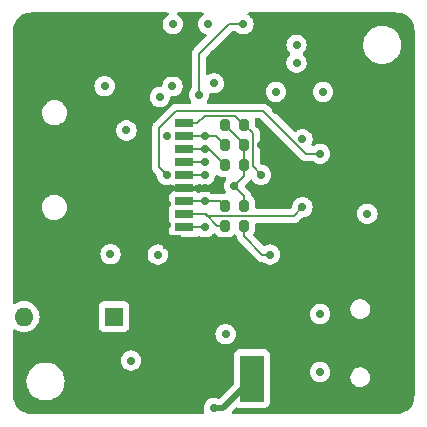
<source format=gbr>
%TF.GenerationSoftware,KiCad,Pcbnew,(6.0.4)*%
%TF.CreationDate,2023-08-29T14:34:22+02:00*%
%TF.ProjectId,big_black_box_pcb_cad,6269675f-626c-4616-936b-5f626f785f70,rev?*%
%TF.SameCoordinates,Original*%
%TF.FileFunction,Copper,L4,Bot*%
%TF.FilePolarity,Positive*%
%FSLAX46Y46*%
G04 Gerber Fmt 4.6, Leading zero omitted, Abs format (unit mm)*
G04 Created by KiCad (PCBNEW (6.0.4)) date 2023-08-29 14:34:22*
%MOMM*%
%LPD*%
G01*
G04 APERTURE LIST*
G04 Aperture macros list*
%AMRoundRect*
0 Rectangle with rounded corners*
0 $1 Rounding radius*
0 $2 $3 $4 $5 $6 $7 $8 $9 X,Y pos of 4 corners*
0 Add a 4 corners polygon primitive as box body*
4,1,4,$2,$3,$4,$5,$6,$7,$8,$9,$2,$3,0*
0 Add four circle primitives for the rounded corners*
1,1,$1+$1,$2,$3*
1,1,$1+$1,$4,$5*
1,1,$1+$1,$6,$7*
1,1,$1+$1,$8,$9*
0 Add four rect primitives between the rounded corners*
20,1,$1+$1,$2,$3,$4,$5,0*
20,1,$1+$1,$4,$5,$6,$7,0*
20,1,$1+$1,$6,$7,$8,$9,0*
20,1,$1+$1,$8,$9,$2,$3,0*%
G04 Aperture macros list end*
%TA.AperFunction,ComponentPad*%
%ADD10R,1.600000X1.600000*%
%TD*%
%TA.AperFunction,ComponentPad*%
%ADD11O,1.600000X1.600000*%
%TD*%
%TA.AperFunction,ComponentPad*%
%ADD12O,2.100000X1.000000*%
%TD*%
%TA.AperFunction,ComponentPad*%
%ADD13O,1.600000X1.000000*%
%TD*%
%TA.AperFunction,SMDPad,CuDef*%
%ADD14R,1.500000X1.600000*%
%TD*%
%TA.AperFunction,SMDPad,CuDef*%
%ADD15R,2.200000X1.200000*%
%TD*%
%TA.AperFunction,SMDPad,CuDef*%
%ADD16R,1.500000X1.200000*%
%TD*%
%TA.AperFunction,SMDPad,CuDef*%
%ADD17R,1.600000X0.700000*%
%TD*%
%TA.AperFunction,SMDPad,CuDef*%
%ADD18R,2.000000X4.000000*%
%TD*%
%TA.AperFunction,SMDPad,CuDef*%
%ADD19RoundRect,0.200000X0.200000X0.275000X-0.200000X0.275000X-0.200000X-0.275000X0.200000X-0.275000X0*%
%TD*%
%TA.AperFunction,SMDPad,CuDef*%
%ADD20RoundRect,0.200000X-0.200000X-0.275000X0.200000X-0.275000X0.200000X0.275000X-0.200000X0.275000X0*%
%TD*%
%TA.AperFunction,ViaPad*%
%ADD21C,0.700000*%
%TD*%
%TA.AperFunction,ViaPad*%
%ADD22C,0.800000*%
%TD*%
%TA.AperFunction,Conductor*%
%ADD23C,0.200000*%
%TD*%
%TA.AperFunction,Conductor*%
%ADD24C,0.500000*%
%TD*%
G04 APERTURE END LIST*
D10*
%TO.P,SW102,1*%
%TO.N,Net-(Q101-Pad3)*%
X148050000Y-106250000D03*
D11*
%TO.P,SW102,2*%
%TO.N,VBAT*%
X140430000Y-106250000D03*
%TD*%
D12*
%TO.P,J101,S1,SHIELD*%
%TO.N,GND*%
X168370000Y-112820000D03*
D13*
X172550000Y-112820000D03*
D12*
X168370000Y-104180000D03*
D13*
X172550000Y-104180000D03*
%TD*%
D14*
%TO.P,U105,13,EH*%
%TO.N,GND*%
X153000000Y-85200000D03*
D15*
%TO.P,U105,12,EH*%
X143400000Y-84400000D03*
%TO.P,U105,11,EH*%
X143400000Y-99900000D03*
D16*
%TO.P,U105,10,EH*%
X153000000Y-99900000D03*
D17*
%TO.P,U105,9,CD*%
%TO.N,SD_CD*%
X154000000Y-98700000D03*
%TO.P,U105,8,DAT1*%
%TO.N,SD_D1*%
X154000000Y-97600000D03*
%TO.P,U105,7,DAT0*%
%TO.N,SD_D0*%
X154000000Y-96500000D03*
%TO.P,U105,6,VSS*%
%TO.N,GND*%
X154000000Y-95400000D03*
%TO.P,U105,5,CLK*%
%TO.N,SD_CLK*%
X154000000Y-94300000D03*
%TO.P,U105,4,VDD*%
%TO.N,MCU_VBAT*%
X154000000Y-93200000D03*
%TO.P,U105,3,CMD*%
%TO.N,SD_CMD*%
X154000000Y-92100000D03*
%TO.P,U105,2,CD/DAT3*%
%TO.N,SD_D3*%
X154000000Y-91000000D03*
%TO.P,U105,1,DAT2*%
%TO.N,SD_D2*%
X154000000Y-89900000D03*
%TD*%
D18*
%TO.P,TP102,1,1*%
%TO.N,CEL+*%
X159750000Y-111500000D03*
%TD*%
%TO.P,TP101,1,1*%
%TO.N,GND*%
X163000000Y-111500000D03*
%TD*%
D19*
%TO.P,R117,1*%
%TO.N,MCU_VBAT*%
X159075000Y-98575000D03*
%TO.P,R117,2*%
%TO.N,SD_D1*%
X157425000Y-98575000D03*
%TD*%
D20*
%TO.P,R122,2*%
%TO.N,SD_D2*%
X159075000Y-90025000D03*
%TO.P,R122,1*%
%TO.N,MCU_VBAT*%
X157425000Y-90025000D03*
%TD*%
D19*
%TO.P,R120,1*%
%TO.N,MCU_VBAT*%
X159075000Y-93445000D03*
%TO.P,R120,2*%
%TO.N,SD_CMD*%
X157425000Y-93445000D03*
%TD*%
%TO.P,R118,1*%
%TO.N,MCU_VBAT*%
X159075000Y-96865000D03*
%TO.P,R118,2*%
%TO.N,SD_D0*%
X157425000Y-96865000D03*
%TD*%
%TO.P,R121,1*%
%TO.N,MCU_VBAT*%
X159075000Y-91735000D03*
%TO.P,R121,2*%
%TO.N,SD_D3*%
X157425000Y-91735000D03*
%TD*%
D21*
%TO.N,MCU_VBAT*%
X158200000Y-95200000D03*
%TO.N,SD_CD*%
X155750000Y-98700000D03*
%TO.N,SD_D0*%
X155750000Y-96500000D03*
%TO.N,GND*%
X155750000Y-95400000D03*
%TO.N,SD_CLK*%
X155750000Y-94300000D03*
%TO.N,MCU_VBAT*%
X155750000Y-93200000D03*
%TO.N,SD_CMD*%
X155750000Y-92100000D03*
%TO.N,SD_D3*%
X155750000Y-91000000D03*
%TO.N,SD_D2*%
X160500000Y-94250000D03*
%TO.N,SD_D1*%
X164000000Y-97000000D03*
%TO.N,GND*%
X160500000Y-91750000D03*
X169500000Y-96270000D03*
X153250000Y-109000000D03*
X148007449Y-89396537D03*
X150250000Y-83250000D03*
X152500000Y-98500000D03*
X161750000Y-88775000D03*
X150835877Y-86568109D03*
X165500000Y-101500000D03*
X144000000Y-96000000D03*
X150250000Y-84750000D03*
X157500000Y-106250000D03*
X165500000Y-112500000D03*
X143400000Y-83000000D03*
X143000000Y-91000000D03*
X165500000Y-104500000D03*
X145250000Y-96000000D03*
X145250000Y-97490000D03*
X163175000Y-106500000D03*
X156500000Y-110000000D03*
X165500000Y-102925000D03*
X151000000Y-109980000D03*
X143400000Y-98500000D03*
X150500000Y-99750000D03*
X160500000Y-99000000D03*
X140500000Y-103750000D03*
X152500000Y-91000000D03*
X165749999Y-88775000D03*
X165500000Y-100000000D03*
D22*
X165250000Y-114000000D03*
D21*
X159000000Y-83000000D03*
X147750000Y-102525000D03*
X156500000Y-84000000D03*
X169500000Y-92460000D03*
X169500000Y-95000000D03*
X152500000Y-96750000D03*
%TO.N,+5V*%
X157500000Y-107750000D03*
X165500000Y-106050000D03*
X165500000Y-110950000D03*
X149500000Y-109980000D03*
%TO.N,JTAG_NRST*%
X165500000Y-92460000D03*
X152500000Y-94250000D03*
%TO.N,GYRO_SDA*%
X155250000Y-87500000D03*
X159000000Y-81500000D03*
%TO.N,MCU_VBAT*%
X147250000Y-86750000D03*
X153025000Y-81500000D03*
X161749999Y-87225001D03*
X147750000Y-100975000D03*
X164000000Y-91250000D03*
X149103463Y-90492551D03*
X169500000Y-97540000D03*
X151931891Y-87664123D03*
X161250000Y-101000000D03*
X153000000Y-86750000D03*
X163500000Y-84750000D03*
X156000000Y-81500000D03*
X165749999Y-87225001D03*
X156500000Y-86500000D03*
X151750000Y-101000000D03*
X163500000Y-83250000D03*
%TO.N,CEL+*%
X156500000Y-114000000D03*
%TD*%
D23*
%TO.N,SD_D1*%
X156775000Y-98575000D02*
X155800000Y-97600000D01*
X155800000Y-97600000D02*
X154000000Y-97600000D01*
X157425000Y-98575000D02*
X156775000Y-98575000D01*
X155903908Y-97714388D02*
X163285612Y-97714388D01*
X163285612Y-97714388D02*
X164000000Y-97000000D01*
X155789520Y-97600000D02*
X155903908Y-97714388D01*
%TO.N,MCU_VBAT*%
X160600000Y-101000000D02*
X161250000Y-101000000D01*
X159075000Y-99475000D02*
X160600000Y-101000000D01*
X159075000Y-98575000D02*
X159075000Y-99475000D01*
X159075000Y-96075000D02*
X159075000Y-96865000D01*
X158200000Y-95200000D02*
X159075000Y-96075000D01*
X159075000Y-94325000D02*
X158200000Y-95200000D01*
X159075000Y-93445000D02*
X159075000Y-94325000D01*
X159075000Y-91735000D02*
X159075000Y-93445000D01*
X159075000Y-91675000D02*
X159075000Y-91735000D01*
X157425000Y-90025000D02*
X159075000Y-91675000D01*
%TO.N,JTAG_NRST*%
X164291452Y-92460000D02*
X165500000Y-92460000D01*
X152500000Y-94250000D02*
X151850489Y-93600489D01*
X151850489Y-93600489D02*
X151850489Y-90300489D01*
X160682412Y-88850960D02*
X164291452Y-92460000D01*
X151850489Y-90300489D02*
X153300018Y-88850960D01*
X153300018Y-88850960D02*
X160682412Y-88850960D01*
%TO.N,SD_CD*%
X154000000Y-98700000D02*
X155750000Y-98700000D01*
%TO.N,SD_D3*%
X156690000Y-91000000D02*
X157425000Y-91735000D01*
%TO.N,SD_CMD*%
X156080000Y-92100000D02*
X157425000Y-93445000D01*
%TO.N,SD_D2*%
X159774520Y-93524520D02*
X160500000Y-94250000D01*
%TO.N,SD_D0*%
X155750000Y-96500000D02*
X157060000Y-96500000D01*
%TO.N,SD_D3*%
X155750000Y-91000000D02*
X154000000Y-91000000D01*
%TO.N,SD_CLK*%
X155750000Y-94300000D02*
X154000000Y-94300000D01*
%TO.N,SD_CMD*%
X155750000Y-92100000D02*
X156080000Y-92100000D01*
%TO.N,SD_D3*%
X155750000Y-91000000D02*
X156690000Y-91000000D01*
%TO.N,SD_D2*%
X159774520Y-90724520D02*
X159774520Y-93524520D01*
X159075000Y-90025000D02*
X159774520Y-90724520D01*
%TO.N,MCU_VBAT*%
X155750000Y-93200000D02*
X154000000Y-93200000D01*
%TO.N,SD_CMD*%
X155750000Y-92100000D02*
X154000000Y-92100000D01*
%TO.N,SD_D0*%
X155750000Y-96500000D02*
X154000000Y-96500000D01*
%TO.N,GND*%
X155750000Y-95400000D02*
X154000000Y-95400000D01*
%TO.N,SD_D2*%
X155749520Y-89250480D02*
X155100000Y-89900000D01*
%TO.N,SD_D0*%
X157060000Y-96500000D02*
X157425000Y-96865000D01*
%TO.N,SD_D2*%
X155100000Y-89900000D02*
X154000000Y-89900000D01*
X158300480Y-89250480D02*
X155749520Y-89250480D01*
X159075000Y-90025000D02*
X158300480Y-89250480D01*
D24*
%TO.N,GND*%
X150500000Y-99750000D02*
X152850000Y-99750000D01*
X143400000Y-98500000D02*
X143400000Y-99900000D01*
X150700000Y-85200000D02*
X150250000Y-84750000D01*
X143400000Y-84400000D02*
X143400000Y-83000000D01*
X153000000Y-85200000D02*
X150700000Y-85200000D01*
X163000000Y-111750000D02*
X165250000Y-114000000D01*
D23*
%TO.N,GYRO_SDA*%
X155250000Y-84000000D02*
X155250000Y-87500000D01*
X157750000Y-81500000D02*
X155250000Y-84000000D01*
X159000000Y-81500000D02*
X157750000Y-81500000D01*
D24*
%TO.N,CEL+*%
X156500000Y-114000000D02*
X157250000Y-114000000D01*
X157250000Y-114000000D02*
X159750000Y-111500000D01*
%TD*%
%TA.AperFunction,Conductor*%
%TO.N,GND*%
G36*
X152616581Y-80528502D02*
G01*
X152663074Y-80582158D01*
X152673178Y-80652432D01*
X152643684Y-80717012D01*
X152604795Y-80745836D01*
X152605139Y-80746433D01*
X152599939Y-80749435D01*
X152599706Y-80749608D01*
X152599417Y-80749736D01*
X152599411Y-80749739D01*
X152593386Y-80752422D01*
X152588045Y-80756302D01*
X152588044Y-80756303D01*
X152452731Y-80854613D01*
X152452729Y-80854615D01*
X152447387Y-80858496D01*
X152442966Y-80863406D01*
X152442965Y-80863407D01*
X152348361Y-80968476D01*
X152326633Y-80992607D01*
X152236401Y-81148893D01*
X152180635Y-81320525D01*
X152161771Y-81500000D01*
X152180635Y-81679475D01*
X152236401Y-81851107D01*
X152326633Y-82007393D01*
X152447387Y-82141504D01*
X152593385Y-82247578D01*
X152599413Y-82250262D01*
X152599415Y-82250263D01*
X152752217Y-82318295D01*
X152758248Y-82320980D01*
X152846508Y-82339740D01*
X152928311Y-82357128D01*
X152928315Y-82357128D01*
X152934768Y-82358500D01*
X153115232Y-82358500D01*
X153121685Y-82357128D01*
X153121689Y-82357128D01*
X153203492Y-82339740D01*
X153291752Y-82320980D01*
X153297783Y-82318295D01*
X153450585Y-82250263D01*
X153450587Y-82250262D01*
X153456615Y-82247578D01*
X153602613Y-82141504D01*
X153723367Y-82007393D01*
X153813599Y-81851107D01*
X153869365Y-81679475D01*
X153888229Y-81500000D01*
X153869365Y-81320525D01*
X153813599Y-81148893D01*
X153723367Y-80992607D01*
X153701640Y-80968476D01*
X153607035Y-80863407D01*
X153607034Y-80863406D01*
X153602613Y-80858496D01*
X153566298Y-80832111D01*
X153461957Y-80756303D01*
X153461956Y-80756302D01*
X153456615Y-80752422D01*
X153450590Y-80749740D01*
X153450584Y-80749736D01*
X153450295Y-80749608D01*
X153450155Y-80749489D01*
X153444862Y-80746433D01*
X153445421Y-80745465D01*
X153396198Y-80703629D01*
X153375547Y-80635703D01*
X153394898Y-80567394D01*
X153448107Y-80520391D01*
X153501541Y-80508500D01*
X155523460Y-80508500D01*
X155591581Y-80528502D01*
X155638074Y-80582158D01*
X155648178Y-80652432D01*
X155618684Y-80717012D01*
X155579795Y-80745836D01*
X155580139Y-80746433D01*
X155574939Y-80749435D01*
X155574706Y-80749608D01*
X155574417Y-80749736D01*
X155574411Y-80749739D01*
X155568386Y-80752422D01*
X155563045Y-80756302D01*
X155563044Y-80756303D01*
X155427731Y-80854613D01*
X155427729Y-80854615D01*
X155422387Y-80858496D01*
X155417966Y-80863406D01*
X155417965Y-80863407D01*
X155323361Y-80968476D01*
X155301633Y-80992607D01*
X155211401Y-81148893D01*
X155155635Y-81320525D01*
X155136771Y-81500000D01*
X155155635Y-81679475D01*
X155211401Y-81851107D01*
X155301633Y-82007393D01*
X155422387Y-82141504D01*
X155568385Y-82247578D01*
X155574413Y-82250262D01*
X155574415Y-82250263D01*
X155727217Y-82318295D01*
X155733248Y-82320980D01*
X155739708Y-82322353D01*
X155739714Y-82322355D01*
X155782716Y-82331496D01*
X155845190Y-82365224D01*
X155879511Y-82427374D01*
X155874783Y-82498213D01*
X155845614Y-82543837D01*
X154853766Y-83535685D01*
X154841375Y-83546552D01*
X154816013Y-83566013D01*
X154791526Y-83597925D01*
X154791523Y-83597928D01*
X154718476Y-83693124D01*
X154657162Y-83841149D01*
X154657162Y-83841150D01*
X154655414Y-83854426D01*
X154641500Y-83960115D01*
X154641500Y-83960120D01*
X154638554Y-83982502D01*
X154636250Y-84000000D01*
X154637328Y-84008188D01*
X154640422Y-84031690D01*
X154641500Y-84048136D01*
X154641500Y-86844433D01*
X154621498Y-86912554D01*
X154609137Y-86928742D01*
X154551633Y-86992607D01*
X154461401Y-87148893D01*
X154405635Y-87320525D01*
X154404945Y-87327088D01*
X154404945Y-87327089D01*
X154397501Y-87397912D01*
X154386771Y-87500000D01*
X154405635Y-87679475D01*
X154461401Y-87851107D01*
X154551633Y-88007393D01*
X154573926Y-88032152D01*
X154604642Y-88096158D01*
X154595877Y-88166611D01*
X154550414Y-88221142D01*
X154480288Y-88242460D01*
X153348162Y-88242460D01*
X153331716Y-88241382D01*
X153308206Y-88238287D01*
X153300018Y-88237209D01*
X153141167Y-88258122D01*
X152993142Y-88319436D01*
X152947323Y-88354594D01*
X152897955Y-88392475D01*
X152897939Y-88392489D01*
X152872584Y-88411944D01*
X152872581Y-88411947D01*
X152866031Y-88416973D01*
X152861001Y-88423528D01*
X152846566Y-88442339D01*
X152835699Y-88454730D01*
X151454255Y-89836174D01*
X151441864Y-89847041D01*
X151416502Y-89866502D01*
X151392015Y-89898414D01*
X151392012Y-89898417D01*
X151392006Y-89898425D01*
X151325453Y-89985158D01*
X151318965Y-89993613D01*
X151257651Y-90141638D01*
X151257651Y-90141639D01*
X151241989Y-90260604D01*
X151241989Y-90260609D01*
X151236739Y-90300489D01*
X151239630Y-90322445D01*
X151240911Y-90332179D01*
X151241989Y-90348625D01*
X151241989Y-93552353D01*
X151240911Y-93568796D01*
X151236739Y-93600489D01*
X151241989Y-93640369D01*
X151241989Y-93640374D01*
X151248359Y-93688758D01*
X151257651Y-93759340D01*
X151318965Y-93907365D01*
X151323992Y-93913916D01*
X151323993Y-93913918D01*
X151392009Y-94002558D01*
X151392015Y-94002564D01*
X151416502Y-94034476D01*
X151423057Y-94039506D01*
X151441868Y-94053941D01*
X151454259Y-94064808D01*
X151604905Y-94215454D01*
X151638931Y-94277766D01*
X151641120Y-94291378D01*
X151655635Y-94429475D01*
X151711401Y-94601107D01*
X151714704Y-94606829D01*
X151714705Y-94606830D01*
X151733169Y-94638810D01*
X151801633Y-94757393D01*
X151806051Y-94762300D01*
X151806052Y-94762301D01*
X151820591Y-94778448D01*
X151922387Y-94891504D01*
X151927729Y-94895385D01*
X151927731Y-94895387D01*
X152063043Y-94993697D01*
X152068385Y-94997578D01*
X152074413Y-95000262D01*
X152074415Y-95000263D01*
X152227215Y-95068294D01*
X152233248Y-95070980D01*
X152321508Y-95089740D01*
X152403311Y-95107128D01*
X152403315Y-95107128D01*
X152409768Y-95108500D01*
X152590232Y-95108500D01*
X152596685Y-95107128D01*
X152596689Y-95107128D01*
X152678492Y-95089740D01*
X152766752Y-95070980D01*
X152772779Y-95068297D01*
X152772787Y-95068294D01*
X152791369Y-95060020D01*
X152861736Y-95050585D01*
X152918184Y-95074301D01*
X152932276Y-95084862D01*
X152946108Y-95095229D01*
X152946110Y-95095230D01*
X152953295Y-95100615D01*
X153089684Y-95151745D01*
X153151866Y-95158500D01*
X154848134Y-95158500D01*
X154910316Y-95151745D01*
X155046705Y-95100615D01*
X155141966Y-95029221D01*
X155208471Y-95004373D01*
X155277853Y-95019426D01*
X155291592Y-95028111D01*
X155318385Y-95047578D01*
X155324413Y-95050262D01*
X155324415Y-95050263D01*
X155460619Y-95110905D01*
X155483248Y-95120980D01*
X155571508Y-95139740D01*
X155653311Y-95157128D01*
X155653315Y-95157128D01*
X155659768Y-95158500D01*
X155840232Y-95158500D01*
X155846685Y-95157128D01*
X155846689Y-95157128D01*
X155928492Y-95139740D01*
X156016752Y-95120980D01*
X156039381Y-95110905D01*
X156175585Y-95050263D01*
X156175587Y-95050262D01*
X156181615Y-95047578D01*
X156186957Y-95043697D01*
X156322269Y-94945387D01*
X156322271Y-94945385D01*
X156327613Y-94941504D01*
X156448367Y-94807393D01*
X156538599Y-94651107D01*
X156594365Y-94479475D01*
X156604546Y-94382608D01*
X156631559Y-94316952D01*
X156689781Y-94276322D01*
X156760726Y-94273619D01*
X156795128Y-94288003D01*
X156931301Y-94370472D01*
X156938548Y-94372743D01*
X156938550Y-94372744D01*
X156970030Y-94382609D01*
X157094938Y-94421753D01*
X157168365Y-94428500D01*
X157174886Y-94428500D01*
X157456438Y-94428499D01*
X157524557Y-94448501D01*
X157571050Y-94502156D01*
X157581155Y-94572430D01*
X157550074Y-94638808D01*
X157501633Y-94692607D01*
X157411401Y-94848893D01*
X157355635Y-95020525D01*
X157354945Y-95027088D01*
X157354945Y-95027089D01*
X157344932Y-95122352D01*
X157336771Y-95200000D01*
X157355635Y-95379475D01*
X157411401Y-95551107D01*
X157414704Y-95556829D01*
X157414705Y-95556830D01*
X157493035Y-95692501D01*
X157509773Y-95761496D01*
X157486553Y-95828588D01*
X157430746Y-95872475D01*
X157383918Y-95881501D01*
X157168366Y-95881501D01*
X157165508Y-95881764D01*
X157165499Y-95881764D01*
X157097310Y-95888029D01*
X157069338Y-95887479D01*
X157068191Y-95887328D01*
X157068188Y-95887328D01*
X157060000Y-95886250D01*
X157028307Y-95890422D01*
X157011864Y-95891500D01*
X156411603Y-95891500D01*
X156343482Y-95871498D01*
X156330164Y-95861329D01*
X156327613Y-95858496D01*
X156298703Y-95837491D01*
X156186957Y-95756303D01*
X156186956Y-95756302D01*
X156181615Y-95752422D01*
X156175587Y-95749738D01*
X156175585Y-95749737D01*
X156022783Y-95681705D01*
X156022781Y-95681705D01*
X156016752Y-95679020D01*
X155928492Y-95660260D01*
X155846689Y-95642872D01*
X155846685Y-95642872D01*
X155840232Y-95641500D01*
X155659768Y-95641500D01*
X155653315Y-95642872D01*
X155653311Y-95642872D01*
X155571508Y-95660260D01*
X155483248Y-95679020D01*
X155477219Y-95681704D01*
X155477217Y-95681705D01*
X155324416Y-95749737D01*
X155324414Y-95749738D01*
X155318386Y-95752422D01*
X155313045Y-95756302D01*
X155313044Y-95756303D01*
X155291592Y-95771889D01*
X155224724Y-95795748D01*
X155155573Y-95779667D01*
X155141966Y-95770779D01*
X155053892Y-95704771D01*
X155053890Y-95704770D01*
X155046705Y-95699385D01*
X154910316Y-95648255D01*
X154848134Y-95641500D01*
X153151866Y-95641500D01*
X153089684Y-95648255D01*
X152953295Y-95699385D01*
X152836739Y-95786739D01*
X152749385Y-95903295D01*
X152698255Y-96039684D01*
X152691500Y-96101866D01*
X152691500Y-96898134D01*
X152698255Y-96960316D01*
X152701027Y-96967709D01*
X152701027Y-96967711D01*
X152715295Y-97005771D01*
X152720478Y-97076578D01*
X152715295Y-97094229D01*
X152701027Y-97132289D01*
X152698255Y-97139684D01*
X152697402Y-97147532D01*
X152697402Y-97147534D01*
X152691869Y-97198469D01*
X152691500Y-97201866D01*
X152691500Y-97998134D01*
X152691869Y-98001531D01*
X152696414Y-98043365D01*
X152698255Y-98060316D01*
X152701027Y-98067709D01*
X152701027Y-98067711D01*
X152715295Y-98105771D01*
X152720478Y-98176578D01*
X152715295Y-98194229D01*
X152698255Y-98239684D01*
X152691500Y-98301866D01*
X152691500Y-99098134D01*
X152698255Y-99160316D01*
X152749385Y-99296705D01*
X152836739Y-99413261D01*
X152953295Y-99500615D01*
X153089684Y-99551745D01*
X153151866Y-99558500D01*
X154848134Y-99558500D01*
X154910316Y-99551745D01*
X155046705Y-99500615D01*
X155141966Y-99429221D01*
X155208471Y-99404373D01*
X155277853Y-99419426D01*
X155291592Y-99428111D01*
X155318385Y-99447578D01*
X155324413Y-99450262D01*
X155324415Y-99450263D01*
X155442289Y-99502744D01*
X155483248Y-99520980D01*
X155571508Y-99539740D01*
X155653311Y-99557128D01*
X155653315Y-99557128D01*
X155659768Y-99558500D01*
X155840232Y-99558500D01*
X155846685Y-99557128D01*
X155846689Y-99557128D01*
X155928492Y-99539740D01*
X156016752Y-99520980D01*
X156057711Y-99502744D01*
X156175585Y-99450263D01*
X156175587Y-99450262D01*
X156181615Y-99447578D01*
X156228353Y-99413621D01*
X156322269Y-99345387D01*
X156322271Y-99345385D01*
X156327613Y-99341504D01*
X156381111Y-99282089D01*
X156433333Y-99224090D01*
X156493779Y-99186850D01*
X156564763Y-99188202D01*
X156623747Y-99227715D01*
X156634739Y-99243121D01*
X156663361Y-99290381D01*
X156784619Y-99411639D01*
X156931301Y-99500472D01*
X156938548Y-99502743D01*
X156938550Y-99502744D01*
X156988174Y-99518295D01*
X157094938Y-99551753D01*
X157168365Y-99558500D01*
X157171263Y-99558500D01*
X157425665Y-99558499D01*
X157681634Y-99558499D01*
X157684492Y-99558236D01*
X157684501Y-99558236D01*
X157720004Y-99554974D01*
X157755062Y-99551753D01*
X157761447Y-99549752D01*
X157911450Y-99502744D01*
X157911452Y-99502743D01*
X157918699Y-99500472D01*
X158065381Y-99411639D01*
X158160905Y-99316115D01*
X158223217Y-99282089D01*
X158294032Y-99287154D01*
X158339095Y-99316115D01*
X158425437Y-99402457D01*
X158459463Y-99464769D01*
X158461264Y-99475105D01*
X158466500Y-99514880D01*
X158466500Y-99514885D01*
X158471353Y-99551745D01*
X158482162Y-99633851D01*
X158543476Y-99781876D01*
X158548503Y-99788427D01*
X158548504Y-99788429D01*
X158616520Y-99877069D01*
X158616526Y-99877075D01*
X158641013Y-99908987D01*
X158647568Y-99914017D01*
X158666379Y-99928452D01*
X158678770Y-99939319D01*
X160135685Y-101396234D01*
X160146552Y-101408625D01*
X160166013Y-101433987D01*
X160172563Y-101439013D01*
X160197921Y-101458471D01*
X160197937Y-101458485D01*
X160247305Y-101496366D01*
X160293124Y-101531524D01*
X160441149Y-101592838D01*
X160600000Y-101613751D01*
X160599877Y-101614683D01*
X160661153Y-101632675D01*
X160671664Y-101640701D01*
X160672387Y-101641504D01*
X160677729Y-101645385D01*
X160677731Y-101645387D01*
X160787671Y-101725263D01*
X160818385Y-101747578D01*
X160824413Y-101750262D01*
X160824415Y-101750263D01*
X160977217Y-101818295D01*
X160983248Y-101820980D01*
X161071508Y-101839740D01*
X161153311Y-101857128D01*
X161153315Y-101857128D01*
X161159768Y-101858500D01*
X161340232Y-101858500D01*
X161346685Y-101857128D01*
X161346689Y-101857128D01*
X161428492Y-101839740D01*
X161516752Y-101820980D01*
X161522783Y-101818295D01*
X161675585Y-101750263D01*
X161675587Y-101750262D01*
X161681615Y-101747578D01*
X161712329Y-101725263D01*
X161822269Y-101645387D01*
X161822271Y-101645385D01*
X161827613Y-101641504D01*
X161857330Y-101608500D01*
X161943948Y-101512301D01*
X161943949Y-101512300D01*
X161948367Y-101507393D01*
X162038599Y-101351107D01*
X162094365Y-101179475D01*
X162113229Y-101000000D01*
X162094365Y-100820525D01*
X162038599Y-100648893D01*
X161948367Y-100492607D01*
X161931006Y-100473325D01*
X161832035Y-100363407D01*
X161832034Y-100363406D01*
X161827613Y-100358496D01*
X161681615Y-100252422D01*
X161675587Y-100249738D01*
X161675585Y-100249737D01*
X161522783Y-100181705D01*
X161522781Y-100181705D01*
X161516752Y-100179020D01*
X161411767Y-100156705D01*
X161346689Y-100142872D01*
X161346685Y-100142872D01*
X161340232Y-100141500D01*
X161159768Y-100141500D01*
X161153315Y-100142872D01*
X161153311Y-100142872D01*
X161088233Y-100156705D01*
X160983248Y-100179020D01*
X160977219Y-100181704D01*
X160977217Y-100181705D01*
X160824556Y-100249675D01*
X160754189Y-100259109D01*
X160689892Y-100229003D01*
X160684212Y-100223663D01*
X159874170Y-99413621D01*
X159840144Y-99351309D01*
X159845209Y-99280494D01*
X159855489Y-99259255D01*
X159874591Y-99227715D01*
X159925472Y-99143699D01*
X159976753Y-98980062D01*
X159983500Y-98906635D01*
X159983499Y-98448887D01*
X160003501Y-98380767D01*
X160057156Y-98334274D01*
X160109499Y-98322888D01*
X163237476Y-98322888D01*
X163253919Y-98323966D01*
X163285612Y-98328138D01*
X163293801Y-98327060D01*
X163325486Y-98322889D01*
X163325496Y-98322888D01*
X163325497Y-98322888D01*
X163425069Y-98309779D01*
X163436276Y-98308304D01*
X163436278Y-98308303D01*
X163444463Y-98307226D01*
X163592488Y-98245912D01*
X163600605Y-98239684D01*
X163687684Y-98172865D01*
X163687687Y-98172862D01*
X163713046Y-98153403D01*
X163719599Y-98148375D01*
X163724629Y-98141820D01*
X163739064Y-98123009D01*
X163749931Y-98110618D01*
X163965144Y-97895405D01*
X164027456Y-97861379D01*
X164054239Y-97858500D01*
X164090232Y-97858500D01*
X164096685Y-97857128D01*
X164096689Y-97857128D01*
X164178492Y-97839740D01*
X164266752Y-97820980D01*
X164406837Y-97758610D01*
X164425585Y-97750263D01*
X164425587Y-97750262D01*
X164431615Y-97747578D01*
X164461653Y-97725754D01*
X164572269Y-97645387D01*
X164572271Y-97645385D01*
X164577613Y-97641504D01*
X164615417Y-97599518D01*
X164669008Y-97540000D01*
X168636771Y-97540000D01*
X168637461Y-97546565D01*
X168641228Y-97582400D01*
X168655635Y-97719475D01*
X168657675Y-97725753D01*
X168657675Y-97725754D01*
X168687743Y-97818295D01*
X168711401Y-97891107D01*
X168801633Y-98047393D01*
X168806051Y-98052300D01*
X168806052Y-98052301D01*
X168917965Y-98176593D01*
X168922387Y-98181504D01*
X168927729Y-98185385D01*
X168927731Y-98185387D01*
X169013269Y-98247534D01*
X169068385Y-98287578D01*
X169074413Y-98290262D01*
X169074415Y-98290263D01*
X169227217Y-98358295D01*
X169233248Y-98360980D01*
X169321508Y-98379740D01*
X169403311Y-98397128D01*
X169403315Y-98397128D01*
X169409768Y-98398500D01*
X169590232Y-98398500D01*
X169596685Y-98397128D01*
X169596689Y-98397128D01*
X169678492Y-98379740D01*
X169766752Y-98360980D01*
X169772783Y-98358295D01*
X169925585Y-98290263D01*
X169925587Y-98290262D01*
X169931615Y-98287578D01*
X169986731Y-98247534D01*
X170072269Y-98185387D01*
X170072271Y-98185385D01*
X170077613Y-98181504D01*
X170082035Y-98176593D01*
X170193948Y-98052301D01*
X170193949Y-98052300D01*
X170198367Y-98047393D01*
X170288599Y-97891107D01*
X170312257Y-97818295D01*
X170342325Y-97725754D01*
X170342325Y-97725753D01*
X170344365Y-97719475D01*
X170358773Y-97582400D01*
X170362539Y-97546565D01*
X170363229Y-97540000D01*
X170349793Y-97412170D01*
X170345055Y-97367089D01*
X170345055Y-97367088D01*
X170344365Y-97360525D01*
X170288599Y-97188893D01*
X170198367Y-97032607D01*
X170190869Y-97024279D01*
X170082035Y-96903407D01*
X170082034Y-96903406D01*
X170077613Y-96898496D01*
X169970296Y-96820525D01*
X169936957Y-96796303D01*
X169936956Y-96796302D01*
X169931615Y-96792422D01*
X169925587Y-96789738D01*
X169925585Y-96789737D01*
X169772783Y-96721705D01*
X169772781Y-96721705D01*
X169766752Y-96719020D01*
X169678492Y-96700260D01*
X169596689Y-96682872D01*
X169596685Y-96682872D01*
X169590232Y-96681500D01*
X169409768Y-96681500D01*
X169403315Y-96682872D01*
X169403311Y-96682872D01*
X169321508Y-96700260D01*
X169233248Y-96719020D01*
X169227219Y-96721704D01*
X169227217Y-96721705D01*
X169074416Y-96789737D01*
X169074414Y-96789738D01*
X169068386Y-96792422D01*
X169063045Y-96796302D01*
X169063044Y-96796303D01*
X168927731Y-96894613D01*
X168927729Y-96894615D01*
X168922387Y-96898496D01*
X168917966Y-96903406D01*
X168917965Y-96903407D01*
X168809132Y-97024279D01*
X168801633Y-97032607D01*
X168711401Y-97188893D01*
X168655635Y-97360525D01*
X168654945Y-97367088D01*
X168654945Y-97367089D01*
X168650207Y-97412170D01*
X168636771Y-97540000D01*
X164669008Y-97540000D01*
X164693948Y-97512301D01*
X164693949Y-97512300D01*
X164698367Y-97507393D01*
X164788599Y-97351107D01*
X164844365Y-97179475D01*
X164852100Y-97105888D01*
X164862539Y-97006565D01*
X164863229Y-97000000D01*
X164844365Y-96820525D01*
X164834362Y-96789737D01*
X164799639Y-96682872D01*
X164788599Y-96648893D01*
X164698367Y-96492607D01*
X164630831Y-96417600D01*
X164582035Y-96363407D01*
X164582034Y-96363406D01*
X164577613Y-96358496D01*
X164501987Y-96303550D01*
X164436957Y-96256303D01*
X164436956Y-96256302D01*
X164431615Y-96252422D01*
X164425587Y-96249738D01*
X164425585Y-96249737D01*
X164272783Y-96181705D01*
X164272781Y-96181705D01*
X164266752Y-96179020D01*
X164159015Y-96156120D01*
X164096689Y-96142872D01*
X164096685Y-96142872D01*
X164090232Y-96141500D01*
X163909768Y-96141500D01*
X163903315Y-96142872D01*
X163903311Y-96142872D01*
X163840985Y-96156120D01*
X163733248Y-96179020D01*
X163727219Y-96181704D01*
X163727217Y-96181705D01*
X163574416Y-96249737D01*
X163574414Y-96249738D01*
X163568386Y-96252422D01*
X163563045Y-96256302D01*
X163563044Y-96256303D01*
X163427731Y-96354613D01*
X163427729Y-96354615D01*
X163422387Y-96358496D01*
X163417966Y-96363406D01*
X163417965Y-96363407D01*
X163369170Y-96417600D01*
X163301633Y-96492607D01*
X163211401Y-96648893D01*
X163200361Y-96682872D01*
X163165639Y-96789737D01*
X163155635Y-96820525D01*
X163154945Y-96827088D01*
X163154945Y-96827089D01*
X163141120Y-96958622D01*
X163114106Y-97024279D01*
X163104905Y-97034546D01*
X163070468Y-97068983D01*
X163008156Y-97103009D01*
X162981373Y-97105888D01*
X160109500Y-97105888D01*
X160041379Y-97085886D01*
X159994886Y-97032230D01*
X159983500Y-96979888D01*
X159983499Y-96536249D01*
X159983499Y-96533366D01*
X159976753Y-96459938D01*
X159963485Y-96417600D01*
X159927744Y-96303550D01*
X159927743Y-96303548D01*
X159925472Y-96296301D01*
X159836639Y-96149619D01*
X159715381Y-96028361D01*
X159715947Y-96027795D01*
X159678207Y-95974951D01*
X159672298Y-95950024D01*
X159668916Y-95924336D01*
X159668915Y-95924334D01*
X159667838Y-95916150D01*
X159664115Y-95907162D01*
X159606524Y-95768124D01*
X159533478Y-95672929D01*
X159533474Y-95672925D01*
X159516673Y-95651029D01*
X159514016Y-95647566D01*
X159514013Y-95647563D01*
X159508987Y-95641013D01*
X159502432Y-95635983D01*
X159483621Y-95621548D01*
X159471230Y-95610681D01*
X159149644Y-95289095D01*
X159115618Y-95226783D01*
X159120683Y-95155968D01*
X159149644Y-95110905D01*
X159471234Y-94789315D01*
X159483625Y-94778448D01*
X159502437Y-94764013D01*
X159508987Y-94758987D01*
X159533474Y-94727075D01*
X159533478Y-94727071D01*
X159561714Y-94690273D01*
X159619051Y-94648407D01*
X159689922Y-94644186D01*
X159751825Y-94678951D01*
X159770793Y-94703977D01*
X159801633Y-94757393D01*
X159806051Y-94762300D01*
X159806052Y-94762301D01*
X159820591Y-94778448D01*
X159922387Y-94891504D01*
X159927729Y-94895385D01*
X159927731Y-94895387D01*
X160063043Y-94993697D01*
X160068385Y-94997578D01*
X160074413Y-95000262D01*
X160074415Y-95000263D01*
X160227215Y-95068294D01*
X160233248Y-95070980D01*
X160321508Y-95089740D01*
X160403311Y-95107128D01*
X160403315Y-95107128D01*
X160409768Y-95108500D01*
X160590232Y-95108500D01*
X160596685Y-95107128D01*
X160596689Y-95107128D01*
X160678492Y-95089740D01*
X160766752Y-95070980D01*
X160772785Y-95068294D01*
X160925585Y-95000263D01*
X160925587Y-95000262D01*
X160931615Y-94997578D01*
X160936957Y-94993697D01*
X161072269Y-94895387D01*
X161072271Y-94895385D01*
X161077613Y-94891504D01*
X161179409Y-94778448D01*
X161193948Y-94762301D01*
X161193949Y-94762300D01*
X161198367Y-94757393D01*
X161266831Y-94638810D01*
X161285295Y-94606830D01*
X161285296Y-94606829D01*
X161288599Y-94601107D01*
X161344365Y-94429475D01*
X161360747Y-94273619D01*
X161362539Y-94256565D01*
X161363229Y-94250000D01*
X161357263Y-94193236D01*
X161345055Y-94077089D01*
X161345055Y-94077088D01*
X161344365Y-94070525D01*
X161334287Y-94039506D01*
X161290641Y-93905178D01*
X161288599Y-93898893D01*
X161198367Y-93742607D01*
X161077613Y-93608496D01*
X161066593Y-93600489D01*
X160936957Y-93506303D01*
X160936956Y-93506302D01*
X160931615Y-93502422D01*
X160925587Y-93499738D01*
X160925585Y-93499737D01*
X160772783Y-93431705D01*
X160772781Y-93431705D01*
X160766752Y-93429020D01*
X160678492Y-93410260D01*
X160596689Y-93392872D01*
X160596685Y-93392872D01*
X160590232Y-93391500D01*
X160554239Y-93391500D01*
X160486118Y-93371498D01*
X160465144Y-93354595D01*
X160419925Y-93309376D01*
X160385899Y-93247064D01*
X160383020Y-93220281D01*
X160383020Y-90772664D01*
X160384098Y-90756218D01*
X160387193Y-90732708D01*
X160388271Y-90724520D01*
X160367358Y-90565669D01*
X160306044Y-90417644D01*
X160232998Y-90322449D01*
X160232994Y-90322445D01*
X160225805Y-90313076D01*
X160213536Y-90297086D01*
X160213533Y-90297083D01*
X160208507Y-90290533D01*
X160201952Y-90285503D01*
X160183141Y-90271068D01*
X160170750Y-90260201D01*
X160020405Y-90109856D01*
X159986379Y-90047544D01*
X159983500Y-90020761D01*
X159983499Y-89696249D01*
X159983499Y-89693366D01*
X159983236Y-89690499D01*
X159977365Y-89626594D01*
X159977364Y-89626589D01*
X159976753Y-89619938D01*
X159974753Y-89613557D01*
X159974082Y-89610206D01*
X159980316Y-89539483D01*
X160023795Y-89483358D01*
X160097628Y-89459460D01*
X160378173Y-89459460D01*
X160446294Y-89479462D01*
X160467268Y-89496365D01*
X163827137Y-92856234D01*
X163838004Y-92868625D01*
X163857465Y-92893987D01*
X163889377Y-92918474D01*
X163889380Y-92918477D01*
X163953129Y-92967393D01*
X163984577Y-92991524D01*
X164132602Y-93052838D01*
X164251567Y-93068500D01*
X164251572Y-93068500D01*
X164251581Y-93068501D01*
X164283264Y-93072672D01*
X164291452Y-93073750D01*
X164323145Y-93069578D01*
X164339588Y-93068500D01*
X164838397Y-93068500D01*
X164906518Y-93088502D01*
X164919836Y-93098671D01*
X164922387Y-93101504D01*
X165068385Y-93207578D01*
X165074413Y-93210262D01*
X165074415Y-93210263D01*
X165227217Y-93278295D01*
X165233248Y-93280980D01*
X165321508Y-93299740D01*
X165403311Y-93317128D01*
X165403315Y-93317128D01*
X165409768Y-93318500D01*
X165590232Y-93318500D01*
X165596685Y-93317128D01*
X165596689Y-93317128D01*
X165678492Y-93299740D01*
X165766752Y-93280980D01*
X165772783Y-93278295D01*
X165925585Y-93210263D01*
X165925587Y-93210262D01*
X165931615Y-93207578D01*
X166077613Y-93101504D01*
X166102603Y-93073750D01*
X166193948Y-92972301D01*
X166193949Y-92972300D01*
X166198367Y-92967393D01*
X166288599Y-92811107D01*
X166344365Y-92639475D01*
X166363229Y-92460000D01*
X166344365Y-92280525D01*
X166288599Y-92108893D01*
X166198367Y-91952607D01*
X166077613Y-91818496D01*
X166044699Y-91794582D01*
X165936957Y-91716303D01*
X165936956Y-91716302D01*
X165931615Y-91712422D01*
X165925587Y-91709738D01*
X165925585Y-91709737D01*
X165772783Y-91641705D01*
X165772781Y-91641705D01*
X165766752Y-91639020D01*
X165678492Y-91620260D01*
X165596689Y-91602872D01*
X165596685Y-91602872D01*
X165590232Y-91601500D01*
X165409768Y-91601500D01*
X165403315Y-91602872D01*
X165403311Y-91602872D01*
X165321508Y-91620260D01*
X165233248Y-91639020D01*
X165227219Y-91641704D01*
X165227217Y-91641705D01*
X165074416Y-91709737D01*
X165074414Y-91709738D01*
X165068386Y-91712422D01*
X165063045Y-91716302D01*
X165063044Y-91716303D01*
X164955302Y-91794582D01*
X164888434Y-91818441D01*
X164819282Y-91802360D01*
X164769802Y-91751446D01*
X164755703Y-91681863D01*
X164772122Y-91629646D01*
X164785295Y-91606830D01*
X164785296Y-91606829D01*
X164788599Y-91601107D01*
X164844365Y-91429475D01*
X164856552Y-91313531D01*
X164862539Y-91256565D01*
X164863229Y-91250000D01*
X164862474Y-91242814D01*
X164845055Y-91077089D01*
X164845055Y-91077088D01*
X164844365Y-91070525D01*
X164788599Y-90898893D01*
X164698367Y-90742607D01*
X164682082Y-90724520D01*
X164582035Y-90613407D01*
X164582034Y-90613406D01*
X164577613Y-90608496D01*
X164561151Y-90596535D01*
X164436957Y-90506303D01*
X164436956Y-90506302D01*
X164431615Y-90502422D01*
X164425587Y-90499738D01*
X164425585Y-90499737D01*
X164272783Y-90431705D01*
X164272781Y-90431705D01*
X164266752Y-90429020D01*
X164178492Y-90410260D01*
X164096689Y-90392872D01*
X164096685Y-90392872D01*
X164090232Y-90391500D01*
X163909768Y-90391500D01*
X163903315Y-90392872D01*
X163903311Y-90392872D01*
X163821508Y-90410260D01*
X163733248Y-90429020D01*
X163727219Y-90431704D01*
X163727217Y-90431705D01*
X163574416Y-90499737D01*
X163574414Y-90499738D01*
X163568386Y-90502422D01*
X163438849Y-90596536D01*
X163371983Y-90620393D01*
X163302832Y-90604313D01*
X163275695Y-90583694D01*
X161146727Y-88454726D01*
X161135860Y-88442335D01*
X161121425Y-88423523D01*
X161116399Y-88416973D01*
X161084487Y-88392486D01*
X161084481Y-88392480D01*
X160995841Y-88324464D01*
X160995839Y-88324463D01*
X160989288Y-88319436D01*
X160841263Y-88258122D01*
X160833076Y-88257044D01*
X160833075Y-88257044D01*
X160821870Y-88255569D01*
X160790674Y-88251462D01*
X160722297Y-88242460D01*
X160722294Y-88242460D01*
X160722286Y-88242459D01*
X160690601Y-88238288D01*
X160682412Y-88237210D01*
X160650719Y-88241382D01*
X160634276Y-88242460D01*
X156019712Y-88242460D01*
X155951591Y-88222458D01*
X155905098Y-88168802D01*
X155894994Y-88098528D01*
X155926074Y-88032152D01*
X155948367Y-88007393D01*
X156038599Y-87851107D01*
X156094365Y-87679475D01*
X156113229Y-87500000D01*
X156109368Y-87463269D01*
X156122139Y-87393433D01*
X156170641Y-87341585D01*
X156239473Y-87324190D01*
X156260872Y-87326852D01*
X156307568Y-87336777D01*
X156403311Y-87357128D01*
X156403315Y-87357128D01*
X156409768Y-87358500D01*
X156590232Y-87358500D01*
X156596685Y-87357128D01*
X156596689Y-87357128D01*
X156678492Y-87339740D01*
X156766752Y-87320980D01*
X156781877Y-87314246D01*
X156925585Y-87250263D01*
X156925587Y-87250262D01*
X156931615Y-87247578D01*
X156962690Y-87225001D01*
X160886770Y-87225001D01*
X160887460Y-87231566D01*
X160904271Y-87391504D01*
X160905634Y-87404476D01*
X160961400Y-87576108D01*
X160964703Y-87581830D01*
X160964704Y-87581831D01*
X160983879Y-87615043D01*
X161051632Y-87732394D01*
X161056050Y-87737301D01*
X161056051Y-87737302D01*
X161167964Y-87861594D01*
X161172386Y-87866505D01*
X161177728Y-87870386D01*
X161177730Y-87870388D01*
X161276020Y-87941800D01*
X161318384Y-87972579D01*
X161324412Y-87975263D01*
X161324414Y-87975264D01*
X161427033Y-88020953D01*
X161483247Y-88045981D01*
X161571507Y-88064741D01*
X161653310Y-88082129D01*
X161653314Y-88082129D01*
X161659767Y-88083501D01*
X161840231Y-88083501D01*
X161846684Y-88082129D01*
X161846688Y-88082129D01*
X161928491Y-88064741D01*
X162016751Y-88045981D01*
X162072965Y-88020953D01*
X162175584Y-87975264D01*
X162175586Y-87975263D01*
X162181614Y-87972579D01*
X162223978Y-87941800D01*
X162322268Y-87870388D01*
X162322270Y-87870386D01*
X162327612Y-87866505D01*
X162332034Y-87861594D01*
X162443947Y-87737302D01*
X162443948Y-87737301D01*
X162448366Y-87732394D01*
X162516119Y-87615043D01*
X162535294Y-87581831D01*
X162535295Y-87581830D01*
X162538598Y-87576108D01*
X162594364Y-87404476D01*
X162595728Y-87391504D01*
X162612538Y-87231566D01*
X162613228Y-87225001D01*
X164886770Y-87225001D01*
X164887460Y-87231566D01*
X164904271Y-87391504D01*
X164905634Y-87404476D01*
X164961400Y-87576108D01*
X164964703Y-87581830D01*
X164964704Y-87581831D01*
X164983879Y-87615043D01*
X165051632Y-87732394D01*
X165056050Y-87737301D01*
X165056051Y-87737302D01*
X165167964Y-87861594D01*
X165172386Y-87866505D01*
X165177728Y-87870386D01*
X165177730Y-87870388D01*
X165276020Y-87941800D01*
X165318384Y-87972579D01*
X165324412Y-87975263D01*
X165324414Y-87975264D01*
X165427033Y-88020953D01*
X165483247Y-88045981D01*
X165571507Y-88064741D01*
X165653310Y-88082129D01*
X165653314Y-88082129D01*
X165659767Y-88083501D01*
X165840231Y-88083501D01*
X165846684Y-88082129D01*
X165846688Y-88082129D01*
X165928491Y-88064741D01*
X166016751Y-88045981D01*
X166072965Y-88020953D01*
X166175584Y-87975264D01*
X166175586Y-87975263D01*
X166181614Y-87972579D01*
X166223978Y-87941800D01*
X166322268Y-87870388D01*
X166322270Y-87870386D01*
X166327612Y-87866505D01*
X166332034Y-87861594D01*
X166443947Y-87737302D01*
X166443948Y-87737301D01*
X166448366Y-87732394D01*
X166516119Y-87615043D01*
X166535294Y-87581831D01*
X166535295Y-87581830D01*
X166538598Y-87576108D01*
X166594364Y-87404476D01*
X166595728Y-87391504D01*
X166612538Y-87231566D01*
X166613228Y-87225001D01*
X166603936Y-87136593D01*
X166595054Y-87052090D01*
X166595054Y-87052089D01*
X166594364Y-87045526D01*
X166585660Y-87018736D01*
X166540640Y-86880179D01*
X166538598Y-86873894D01*
X166448366Y-86717608D01*
X166426024Y-86692794D01*
X166332034Y-86588408D01*
X166332033Y-86588407D01*
X166327612Y-86583497D01*
X166318793Y-86577089D01*
X166186956Y-86481304D01*
X166186955Y-86481303D01*
X166181614Y-86477423D01*
X166175586Y-86474739D01*
X166175584Y-86474738D01*
X166022782Y-86406706D01*
X166022780Y-86406706D01*
X166016751Y-86404021D01*
X165928491Y-86385261D01*
X165846688Y-86367873D01*
X165846684Y-86367873D01*
X165840231Y-86366501D01*
X165659767Y-86366501D01*
X165653314Y-86367873D01*
X165653310Y-86367873D01*
X165571507Y-86385261D01*
X165483247Y-86404021D01*
X165477218Y-86406705D01*
X165477216Y-86406706D01*
X165324415Y-86474738D01*
X165324413Y-86474739D01*
X165318385Y-86477423D01*
X165313044Y-86481303D01*
X165313043Y-86481304D01*
X165177730Y-86579614D01*
X165177728Y-86579616D01*
X165172386Y-86583497D01*
X165167965Y-86588407D01*
X165167964Y-86588408D01*
X165073975Y-86692794D01*
X165051632Y-86717608D01*
X164961400Y-86873894D01*
X164959358Y-86880179D01*
X164914339Y-87018736D01*
X164905634Y-87045526D01*
X164904944Y-87052089D01*
X164904944Y-87052090D01*
X164896062Y-87136593D01*
X164886770Y-87225001D01*
X162613228Y-87225001D01*
X162603936Y-87136593D01*
X162595054Y-87052090D01*
X162595054Y-87052089D01*
X162594364Y-87045526D01*
X162585660Y-87018736D01*
X162540640Y-86880179D01*
X162538598Y-86873894D01*
X162448366Y-86717608D01*
X162426024Y-86692794D01*
X162332034Y-86588408D01*
X162332033Y-86588407D01*
X162327612Y-86583497D01*
X162318793Y-86577089D01*
X162186956Y-86481304D01*
X162186955Y-86481303D01*
X162181614Y-86477423D01*
X162175586Y-86474739D01*
X162175584Y-86474738D01*
X162022782Y-86406706D01*
X162022780Y-86406706D01*
X162016751Y-86404021D01*
X161928491Y-86385261D01*
X161846688Y-86367873D01*
X161846684Y-86367873D01*
X161840231Y-86366501D01*
X161659767Y-86366501D01*
X161653314Y-86367873D01*
X161653310Y-86367873D01*
X161571507Y-86385261D01*
X161483247Y-86404021D01*
X161477218Y-86406705D01*
X161477216Y-86406706D01*
X161324415Y-86474738D01*
X161324413Y-86474739D01*
X161318385Y-86477423D01*
X161313044Y-86481303D01*
X161313043Y-86481304D01*
X161177730Y-86579614D01*
X161177728Y-86579616D01*
X161172386Y-86583497D01*
X161167965Y-86588407D01*
X161167964Y-86588408D01*
X161073975Y-86692794D01*
X161051632Y-86717608D01*
X160961400Y-86873894D01*
X160959358Y-86880179D01*
X160914339Y-87018736D01*
X160905634Y-87045526D01*
X160904944Y-87052089D01*
X160904944Y-87052090D01*
X160896062Y-87136593D01*
X160886770Y-87225001D01*
X156962690Y-87225001D01*
X157072269Y-87145387D01*
X157072271Y-87145385D01*
X157077613Y-87141504D01*
X157180236Y-87027530D01*
X157193948Y-87012301D01*
X157193949Y-87012300D01*
X157198367Y-87007393D01*
X157253311Y-86912227D01*
X157285295Y-86856830D01*
X157285296Y-86856829D01*
X157288599Y-86851107D01*
X157333570Y-86712700D01*
X157342325Y-86685754D01*
X157342325Y-86685753D01*
X157344365Y-86679475D01*
X157363229Y-86500000D01*
X157352602Y-86398893D01*
X157345055Y-86327089D01*
X157345055Y-86327088D01*
X157344365Y-86320525D01*
X157317454Y-86237699D01*
X157290641Y-86155178D01*
X157288599Y-86148893D01*
X157198367Y-85992607D01*
X157077613Y-85858496D01*
X156941443Y-85759562D01*
X156936957Y-85756303D01*
X156936956Y-85756302D01*
X156931615Y-85752422D01*
X156925587Y-85749738D01*
X156925585Y-85749737D01*
X156772783Y-85681705D01*
X156772781Y-85681705D01*
X156766752Y-85679020D01*
X156678492Y-85660260D01*
X156596689Y-85642872D01*
X156596685Y-85642872D01*
X156590232Y-85641500D01*
X156409768Y-85641500D01*
X156403315Y-85642872D01*
X156403311Y-85642872D01*
X156321508Y-85660260D01*
X156233248Y-85679020D01*
X156227219Y-85681704D01*
X156227217Y-85681705D01*
X156074416Y-85749737D01*
X156074414Y-85749738D01*
X156068386Y-85752422D01*
X156058559Y-85759562D01*
X155991691Y-85783419D01*
X155922540Y-85767337D01*
X155873060Y-85716422D01*
X155858500Y-85657624D01*
X155858500Y-84750000D01*
X162636771Y-84750000D01*
X162637461Y-84756565D01*
X162646489Y-84842454D01*
X162655635Y-84929475D01*
X162711401Y-85101107D01*
X162801633Y-85257393D01*
X162922387Y-85391504D01*
X163068385Y-85497578D01*
X163074413Y-85500262D01*
X163074415Y-85500263D01*
X163227217Y-85568295D01*
X163233248Y-85570980D01*
X163321508Y-85589740D01*
X163403311Y-85607128D01*
X163403315Y-85607128D01*
X163409768Y-85608500D01*
X163590232Y-85608500D01*
X163596685Y-85607128D01*
X163596689Y-85607128D01*
X163678492Y-85589740D01*
X163766752Y-85570980D01*
X163772783Y-85568295D01*
X163925585Y-85500263D01*
X163925587Y-85500262D01*
X163931615Y-85497578D01*
X164077613Y-85391504D01*
X164198367Y-85257393D01*
X164288599Y-85101107D01*
X164344365Y-84929475D01*
X164353512Y-84842454D01*
X164362539Y-84756565D01*
X164363229Y-84750000D01*
X164344365Y-84570525D01*
X164288599Y-84398893D01*
X164198367Y-84242607D01*
X164077613Y-84108496D01*
X164068584Y-84101936D01*
X164025230Y-84045713D01*
X164019155Y-83974977D01*
X164052287Y-83912186D01*
X164068584Y-83898064D01*
X164068875Y-83897853D01*
X164077613Y-83891504D01*
X164198367Y-83757393D01*
X164288599Y-83601107D01*
X164344365Y-83429475D01*
X164363229Y-83250000D01*
X169136526Y-83250000D01*
X169156391Y-83502403D01*
X169157545Y-83507210D01*
X169157546Y-83507216D01*
X169181461Y-83606830D01*
X169215495Y-83748591D01*
X169217388Y-83753162D01*
X169217389Y-83753164D01*
X169277409Y-83898064D01*
X169312384Y-83982502D01*
X169444672Y-84198376D01*
X169609102Y-84390898D01*
X169801624Y-84555328D01*
X170017498Y-84687616D01*
X170022068Y-84689509D01*
X170022072Y-84689511D01*
X170246836Y-84782611D01*
X170251409Y-84784505D01*
X170336032Y-84804821D01*
X170492784Y-84842454D01*
X170492790Y-84842455D01*
X170497597Y-84843609D01*
X170597416Y-84851465D01*
X170684345Y-84858307D01*
X170684352Y-84858307D01*
X170686801Y-84858500D01*
X170813199Y-84858500D01*
X170815648Y-84858307D01*
X170815655Y-84858307D01*
X170902584Y-84851465D01*
X171002403Y-84843609D01*
X171007210Y-84842455D01*
X171007216Y-84842454D01*
X171163968Y-84804821D01*
X171248591Y-84784505D01*
X171253164Y-84782611D01*
X171477928Y-84689511D01*
X171477932Y-84689509D01*
X171482502Y-84687616D01*
X171698376Y-84555328D01*
X171890898Y-84390898D01*
X172055328Y-84198376D01*
X172187616Y-83982502D01*
X172222592Y-83898064D01*
X172282611Y-83753164D01*
X172282612Y-83753162D01*
X172284505Y-83748591D01*
X172318539Y-83606830D01*
X172342454Y-83507216D01*
X172342455Y-83507210D01*
X172343609Y-83502403D01*
X172363474Y-83250000D01*
X172343609Y-82997597D01*
X172321422Y-82905178D01*
X172285660Y-82756221D01*
X172284505Y-82751409D01*
X172187616Y-82517498D01*
X172055328Y-82301624D01*
X171890898Y-82109102D01*
X171698376Y-81944672D01*
X171482502Y-81812384D01*
X171477932Y-81810491D01*
X171477928Y-81810489D01*
X171253164Y-81717389D01*
X171253162Y-81717388D01*
X171248591Y-81715495D01*
X171098556Y-81679475D01*
X171007216Y-81657546D01*
X171007210Y-81657545D01*
X171002403Y-81656391D01*
X170902584Y-81648535D01*
X170815655Y-81641693D01*
X170815648Y-81641693D01*
X170813199Y-81641500D01*
X170686801Y-81641500D01*
X170684352Y-81641693D01*
X170684345Y-81641693D01*
X170597416Y-81648535D01*
X170497597Y-81656391D01*
X170492790Y-81657545D01*
X170492784Y-81657546D01*
X170401444Y-81679475D01*
X170251409Y-81715495D01*
X170246838Y-81717388D01*
X170246836Y-81717389D01*
X170022072Y-81810489D01*
X170022068Y-81810491D01*
X170017498Y-81812384D01*
X169801624Y-81944672D01*
X169609102Y-82109102D01*
X169444672Y-82301624D01*
X169312384Y-82517498D01*
X169215495Y-82751409D01*
X169214340Y-82756221D01*
X169178579Y-82905178D01*
X169156391Y-82997597D01*
X169136526Y-83250000D01*
X164363229Y-83250000D01*
X164344365Y-83070525D01*
X164288599Y-82898893D01*
X164198367Y-82742607D01*
X164077613Y-82608496D01*
X163952366Y-82517498D01*
X163936957Y-82506303D01*
X163936956Y-82506302D01*
X163931615Y-82502422D01*
X163925587Y-82499738D01*
X163925585Y-82499737D01*
X163772783Y-82431705D01*
X163772781Y-82431705D01*
X163766752Y-82429020D01*
X163678492Y-82410260D01*
X163596689Y-82392872D01*
X163596685Y-82392872D01*
X163590232Y-82391500D01*
X163409768Y-82391500D01*
X163403315Y-82392872D01*
X163403311Y-82392872D01*
X163321508Y-82410260D01*
X163233248Y-82429020D01*
X163227219Y-82431704D01*
X163227217Y-82431705D01*
X163074416Y-82499737D01*
X163074414Y-82499738D01*
X163068386Y-82502422D01*
X163063045Y-82506302D01*
X163063044Y-82506303D01*
X162927731Y-82604613D01*
X162927729Y-82604615D01*
X162922387Y-82608496D01*
X162801633Y-82742607D01*
X162711401Y-82898893D01*
X162655635Y-83070525D01*
X162636771Y-83250000D01*
X162655635Y-83429475D01*
X162711401Y-83601107D01*
X162801633Y-83757393D01*
X162922387Y-83891504D01*
X162931125Y-83897853D01*
X162931416Y-83898064D01*
X162974770Y-83954287D01*
X162980845Y-84025023D01*
X162947713Y-84087814D01*
X162931415Y-84101936D01*
X162922387Y-84108496D01*
X162801633Y-84242607D01*
X162711401Y-84398893D01*
X162655635Y-84570525D01*
X162636771Y-84750000D01*
X155858500Y-84750000D01*
X155858500Y-84304239D01*
X155878502Y-84236118D01*
X155895405Y-84215144D01*
X157965143Y-82145405D01*
X158027455Y-82111380D01*
X158054238Y-82108500D01*
X158338397Y-82108500D01*
X158406518Y-82128502D01*
X158419836Y-82138671D01*
X158422387Y-82141504D01*
X158568385Y-82247578D01*
X158574413Y-82250262D01*
X158574415Y-82250263D01*
X158727217Y-82318295D01*
X158733248Y-82320980D01*
X158821508Y-82339740D01*
X158903311Y-82357128D01*
X158903315Y-82357128D01*
X158909768Y-82358500D01*
X159090232Y-82358500D01*
X159096685Y-82357128D01*
X159096689Y-82357128D01*
X159178492Y-82339740D01*
X159266752Y-82320980D01*
X159272783Y-82318295D01*
X159425585Y-82250263D01*
X159425587Y-82250262D01*
X159431615Y-82247578D01*
X159577613Y-82141504D01*
X159698367Y-82007393D01*
X159788599Y-81851107D01*
X159844365Y-81679475D01*
X159863229Y-81500000D01*
X159844365Y-81320525D01*
X159788599Y-81148893D01*
X159698367Y-80992607D01*
X159676640Y-80968476D01*
X159582035Y-80863407D01*
X159582034Y-80863406D01*
X159577613Y-80858496D01*
X159541298Y-80832111D01*
X159436957Y-80756303D01*
X159436956Y-80756302D01*
X159431615Y-80752422D01*
X159425590Y-80749740D01*
X159425584Y-80749736D01*
X159425295Y-80749608D01*
X159425155Y-80749489D01*
X159419862Y-80746433D01*
X159420421Y-80745465D01*
X159371198Y-80703629D01*
X159350547Y-80635703D01*
X159369898Y-80567394D01*
X159423107Y-80520391D01*
X159476541Y-80508500D01*
X171950633Y-80508500D01*
X171970018Y-80510000D01*
X171984851Y-80512310D01*
X171984855Y-80512310D01*
X171993724Y-80513691D01*
X172008981Y-80511696D01*
X172034302Y-80510953D01*
X172203285Y-80523039D01*
X172221064Y-80525596D01*
X172411392Y-80566999D01*
X172428641Y-80572063D01*
X172611150Y-80640136D01*
X172627502Y-80647604D01*
X172798458Y-80740952D01*
X172813582Y-80750672D01*
X172969514Y-80867402D01*
X172983100Y-80879175D01*
X173120825Y-81016900D01*
X173132598Y-81030486D01*
X173249328Y-81186418D01*
X173259048Y-81201542D01*
X173352396Y-81372498D01*
X173359864Y-81388850D01*
X173427937Y-81571359D01*
X173433001Y-81588607D01*
X173474404Y-81778936D01*
X173476961Y-81796715D01*
X173487773Y-81947883D01*
X173488540Y-81958601D01*
X173487793Y-81976565D01*
X173487692Y-81984845D01*
X173486309Y-81993724D01*
X173488771Y-82012552D01*
X173490436Y-82025283D01*
X173491500Y-82041621D01*
X173491500Y-112950633D01*
X173490000Y-112970018D01*
X173487690Y-112984851D01*
X173487690Y-112984855D01*
X173486309Y-112993724D01*
X173488136Y-113007693D01*
X173488304Y-113008976D01*
X173489047Y-113034302D01*
X173477947Y-113189511D01*
X173476962Y-113203279D01*
X173474404Y-113221064D01*
X173433001Y-113411392D01*
X173427937Y-113428641D01*
X173359864Y-113611150D01*
X173352396Y-113627502D01*
X173259048Y-113798458D01*
X173249328Y-113813582D01*
X173132598Y-113969514D01*
X173120825Y-113983100D01*
X172983100Y-114120825D01*
X172969514Y-114132598D01*
X172813582Y-114249328D01*
X172798458Y-114259048D01*
X172627502Y-114352396D01*
X172611150Y-114359864D01*
X172428641Y-114427937D01*
X172411393Y-114433001D01*
X172221064Y-114474404D01*
X172203285Y-114476961D01*
X172041395Y-114488540D01*
X172023435Y-114487793D01*
X172015155Y-114487692D01*
X172006276Y-114486309D01*
X171974714Y-114490436D01*
X171958379Y-114491500D01*
X158135371Y-114491500D01*
X158067250Y-114471498D01*
X158020757Y-114417842D01*
X158010653Y-114347568D01*
X158040147Y-114282988D01*
X158046276Y-114276405D01*
X158352658Y-113970023D01*
X158414970Y-113935997D01*
X158485785Y-113941062D01*
X158498008Y-113946652D01*
X158503295Y-113950615D01*
X158511700Y-113953766D01*
X158511702Y-113953767D01*
X158572943Y-113976725D01*
X158639684Y-114001745D01*
X158701866Y-114008500D01*
X160798134Y-114008500D01*
X160860316Y-114001745D01*
X160996705Y-113950615D01*
X161113261Y-113863261D01*
X161200615Y-113746705D01*
X161251745Y-113610316D01*
X161258500Y-113548134D01*
X161258500Y-110950000D01*
X164636771Y-110950000D01*
X164637461Y-110956565D01*
X164651270Y-111087941D01*
X164655635Y-111129475D01*
X164657675Y-111135753D01*
X164657675Y-111135754D01*
X164688825Y-111231625D01*
X164711401Y-111301107D01*
X164801633Y-111457393D01*
X164806051Y-111462300D01*
X164806052Y-111462301D01*
X164917965Y-111586593D01*
X164922387Y-111591504D01*
X164927729Y-111595385D01*
X164927731Y-111595387D01*
X165063043Y-111693697D01*
X165068385Y-111697578D01*
X165074413Y-111700262D01*
X165074415Y-111700263D01*
X165084336Y-111704680D01*
X165233248Y-111770980D01*
X165292678Y-111783612D01*
X165403311Y-111807128D01*
X165403315Y-111807128D01*
X165409768Y-111808500D01*
X165590232Y-111808500D01*
X165596685Y-111807128D01*
X165596689Y-111807128D01*
X165707322Y-111783612D01*
X165766752Y-111770980D01*
X165915664Y-111704680D01*
X165925585Y-111700263D01*
X165925587Y-111700262D01*
X165931615Y-111697578D01*
X165936957Y-111693697D01*
X166072269Y-111595387D01*
X166072271Y-111595385D01*
X166077613Y-111591504D01*
X166082035Y-111586593D01*
X166193948Y-111462301D01*
X166193949Y-111462300D01*
X166198367Y-111457393D01*
X166264298Y-111343198D01*
X168062892Y-111343198D01*
X168063249Y-111350015D01*
X168063249Y-111350019D01*
X168068151Y-111443539D01*
X168072370Y-111524047D01*
X168074181Y-111530620D01*
X168074181Y-111530623D01*
X168097551Y-111615466D01*
X168120461Y-111698641D01*
X168204922Y-111858836D01*
X168209327Y-111864049D01*
X168209330Y-111864053D01*
X168317406Y-111991943D01*
X168317410Y-111991947D01*
X168321813Y-111997157D01*
X168327237Y-112001304D01*
X168327238Y-112001305D01*
X168460257Y-112103006D01*
X168460261Y-112103009D01*
X168465678Y-112107150D01*
X168552372Y-112147576D01*
X168623631Y-112180805D01*
X168623634Y-112180806D01*
X168629808Y-112183685D01*
X168636456Y-112185171D01*
X168636459Y-112185172D01*
X168742421Y-112208857D01*
X168806543Y-112223190D01*
X168812088Y-112223500D01*
X168945244Y-112223500D01*
X169080037Y-112208857D01*
X169198190Y-112169094D01*
X169245204Y-112153272D01*
X169245206Y-112153271D01*
X169251675Y-112151094D01*
X169406905Y-112057823D01*
X169411862Y-112053135D01*
X169411865Y-112053133D01*
X169533527Y-111938082D01*
X169533529Y-111938080D01*
X169538485Y-111933393D01*
X169542317Y-111927755D01*
X169542320Y-111927751D01*
X169636442Y-111789255D01*
X169640277Y-111783612D01*
X169707530Y-111615466D01*
X169708644Y-111608738D01*
X169708645Y-111608734D01*
X169735993Y-111443539D01*
X169735993Y-111443536D01*
X169737108Y-111436802D01*
X169732203Y-111343198D01*
X169727987Y-111262766D01*
X169727630Y-111255953D01*
X169704304Y-111171266D01*
X169681352Y-111087941D01*
X169679539Y-111081359D01*
X169595078Y-110921164D01*
X169590673Y-110915951D01*
X169590670Y-110915947D01*
X169482594Y-110788057D01*
X169482590Y-110788053D01*
X169478187Y-110782843D01*
X169462076Y-110770525D01*
X169339743Y-110676994D01*
X169339739Y-110676991D01*
X169334322Y-110672850D01*
X169224210Y-110621504D01*
X169176369Y-110599195D01*
X169176366Y-110599194D01*
X169170192Y-110596315D01*
X169163544Y-110594829D01*
X169163541Y-110594828D01*
X168998494Y-110557936D01*
X168998495Y-110557936D01*
X168993457Y-110556810D01*
X168987912Y-110556500D01*
X168854756Y-110556500D01*
X168719963Y-110571143D01*
X168607171Y-110609102D01*
X168554796Y-110626728D01*
X168554794Y-110626729D01*
X168548325Y-110628906D01*
X168393095Y-110722177D01*
X168388138Y-110726865D01*
X168388135Y-110726867D01*
X168266473Y-110841918D01*
X168261515Y-110846607D01*
X168257683Y-110852245D01*
X168257680Y-110852249D01*
X168186787Y-110956565D01*
X168159723Y-110996388D01*
X168092470Y-111164534D01*
X168091356Y-111171262D01*
X168091355Y-111171266D01*
X168064007Y-111336461D01*
X168062892Y-111343198D01*
X166264298Y-111343198D01*
X166288599Y-111301107D01*
X166311175Y-111231625D01*
X166342325Y-111135754D01*
X166342325Y-111135753D01*
X166344365Y-111129475D01*
X166348731Y-111087941D01*
X166362539Y-110956565D01*
X166363229Y-110950000D01*
X166344365Y-110770525D01*
X166288599Y-110598893D01*
X166273835Y-110573320D01*
X166201668Y-110448325D01*
X166198367Y-110442607D01*
X166077613Y-110308496D01*
X165952216Y-110217389D01*
X165936957Y-110206303D01*
X165936956Y-110206302D01*
X165931615Y-110202422D01*
X165925587Y-110199738D01*
X165925585Y-110199737D01*
X165772783Y-110131705D01*
X165772781Y-110131705D01*
X165766752Y-110129020D01*
X165678492Y-110110260D01*
X165596689Y-110092872D01*
X165596685Y-110092872D01*
X165590232Y-110091500D01*
X165409768Y-110091500D01*
X165403315Y-110092872D01*
X165403311Y-110092872D01*
X165321508Y-110110260D01*
X165233248Y-110129020D01*
X165227219Y-110131704D01*
X165227217Y-110131705D01*
X165074416Y-110199737D01*
X165074414Y-110199738D01*
X165068386Y-110202422D01*
X165063045Y-110206302D01*
X165063044Y-110206303D01*
X164927731Y-110304613D01*
X164927729Y-110304615D01*
X164922387Y-110308496D01*
X164801633Y-110442607D01*
X164798332Y-110448325D01*
X164726166Y-110573320D01*
X164711401Y-110598893D01*
X164655635Y-110770525D01*
X164636771Y-110950000D01*
X161258500Y-110950000D01*
X161258500Y-109451866D01*
X161251745Y-109389684D01*
X161200615Y-109253295D01*
X161113261Y-109136739D01*
X160996705Y-109049385D01*
X160860316Y-108998255D01*
X160798134Y-108991500D01*
X158701866Y-108991500D01*
X158639684Y-108998255D01*
X158503295Y-109049385D01*
X158386739Y-109136739D01*
X158299385Y-109253295D01*
X158248255Y-109389684D01*
X158241500Y-109451866D01*
X158241500Y-111883629D01*
X158221498Y-111951750D01*
X158204595Y-111972724D01*
X156988201Y-113189118D01*
X156925889Y-113223144D01*
X156855074Y-113218079D01*
X156847858Y-113215130D01*
X156772787Y-113181706D01*
X156772779Y-113181703D01*
X156766752Y-113179020D01*
X156678492Y-113160260D01*
X156596689Y-113142872D01*
X156596685Y-113142872D01*
X156590232Y-113141500D01*
X156409768Y-113141500D01*
X156403315Y-113142872D01*
X156403311Y-113142872D01*
X156321508Y-113160260D01*
X156233248Y-113179020D01*
X156227219Y-113181704D01*
X156227217Y-113181705D01*
X156074416Y-113249737D01*
X156074414Y-113249738D01*
X156068386Y-113252422D01*
X156063045Y-113256302D01*
X156063044Y-113256303D01*
X155927731Y-113354613D01*
X155927729Y-113354615D01*
X155922387Y-113358496D01*
X155801633Y-113492607D01*
X155767613Y-113551531D01*
X155728319Y-113619591D01*
X155711401Y-113648893D01*
X155655635Y-113820525D01*
X155636771Y-114000000D01*
X155637461Y-114006565D01*
X155650141Y-114127200D01*
X155655635Y-114179475D01*
X155657675Y-114185753D01*
X155657675Y-114185754D01*
X155703427Y-114326564D01*
X155705454Y-114397532D01*
X155668792Y-114458329D01*
X155605080Y-114489655D01*
X155583594Y-114491500D01*
X141049367Y-114491500D01*
X141029982Y-114490000D01*
X141015149Y-114487690D01*
X141015145Y-114487690D01*
X141006276Y-114486309D01*
X140991019Y-114488304D01*
X140965698Y-114489047D01*
X140796715Y-114476961D01*
X140778936Y-114474404D01*
X140588607Y-114433001D01*
X140571359Y-114427937D01*
X140388850Y-114359864D01*
X140372498Y-114352396D01*
X140201542Y-114259048D01*
X140186418Y-114249328D01*
X140030486Y-114132598D01*
X140016900Y-114120825D01*
X139879175Y-113983100D01*
X139867402Y-113969514D01*
X139750672Y-113813582D01*
X139740952Y-113798458D01*
X139647604Y-113627502D01*
X139640136Y-113611150D01*
X139572063Y-113428641D01*
X139566999Y-113411392D01*
X139525596Y-113221064D01*
X139523038Y-113203278D01*
X139522054Y-113189511D01*
X139511719Y-113045011D01*
X139512805Y-113022245D01*
X139512334Y-113022203D01*
X139512770Y-113017345D01*
X139513576Y-113012552D01*
X139513729Y-113000000D01*
X139509773Y-112972376D01*
X139508500Y-112954514D01*
X139508500Y-111750000D01*
X140636526Y-111750000D01*
X140656391Y-112002403D01*
X140715495Y-112248591D01*
X140812384Y-112482502D01*
X140944672Y-112698376D01*
X141109102Y-112890898D01*
X141301624Y-113055328D01*
X141517498Y-113187616D01*
X141522068Y-113189509D01*
X141522072Y-113189511D01*
X141683323Y-113256303D01*
X141751409Y-113284505D01*
X141836032Y-113304821D01*
X141992784Y-113342454D01*
X141992790Y-113342455D01*
X141997597Y-113343609D01*
X142097416Y-113351465D01*
X142184345Y-113358307D01*
X142184352Y-113358307D01*
X142186801Y-113358500D01*
X142313199Y-113358500D01*
X142315648Y-113358307D01*
X142315655Y-113358307D01*
X142402584Y-113351465D01*
X142502403Y-113343609D01*
X142507210Y-113342455D01*
X142507216Y-113342454D01*
X142663968Y-113304821D01*
X142748591Y-113284505D01*
X142816677Y-113256303D01*
X142977928Y-113189511D01*
X142977932Y-113189509D01*
X142982502Y-113187616D01*
X143198376Y-113055328D01*
X143390898Y-112890898D01*
X143555328Y-112698376D01*
X143687616Y-112482502D01*
X143784505Y-112248591D01*
X143843609Y-112002403D01*
X143863474Y-111750000D01*
X143843609Y-111497597D01*
X143835136Y-111462301D01*
X143794927Y-111294822D01*
X143784505Y-111251409D01*
X143751309Y-111171266D01*
X143689511Y-111022072D01*
X143689509Y-111022068D01*
X143687616Y-111017498D01*
X143555328Y-110801624D01*
X143390898Y-110609102D01*
X143198376Y-110444672D01*
X142982502Y-110312384D01*
X142977932Y-110310491D01*
X142977928Y-110310489D01*
X142753164Y-110217389D01*
X142753162Y-110217388D01*
X142748591Y-110215495D01*
X142663968Y-110195179D01*
X142507216Y-110157546D01*
X142507210Y-110157545D01*
X142502403Y-110156391D01*
X142402584Y-110148535D01*
X142315655Y-110141693D01*
X142315648Y-110141693D01*
X142313199Y-110141500D01*
X142186801Y-110141500D01*
X142184352Y-110141693D01*
X142184345Y-110141693D01*
X142097416Y-110148535D01*
X141997597Y-110156391D01*
X141992790Y-110157545D01*
X141992784Y-110157546D01*
X141836032Y-110195179D01*
X141751409Y-110215495D01*
X141746838Y-110217388D01*
X141746836Y-110217389D01*
X141522072Y-110310489D01*
X141522068Y-110310491D01*
X141517498Y-110312384D01*
X141301624Y-110444672D01*
X141109102Y-110609102D01*
X140944672Y-110801624D01*
X140812384Y-111017498D01*
X140810491Y-111022068D01*
X140810489Y-111022072D01*
X140748691Y-111171266D01*
X140715495Y-111251409D01*
X140705073Y-111294822D01*
X140664865Y-111462301D01*
X140656391Y-111497597D01*
X140636526Y-111750000D01*
X139508500Y-111750000D01*
X139508500Y-109980000D01*
X148636771Y-109980000D01*
X148655635Y-110159475D01*
X148657675Y-110165753D01*
X148657675Y-110165754D01*
X148673837Y-110215495D01*
X148711401Y-110331107D01*
X148801633Y-110487393D01*
X148922387Y-110621504D01*
X148927729Y-110625385D01*
X148927731Y-110625387D01*
X148998762Y-110676994D01*
X149068385Y-110727578D01*
X149074413Y-110730262D01*
X149074415Y-110730263D01*
X149227217Y-110798295D01*
X149233248Y-110800980D01*
X149321508Y-110819740D01*
X149403311Y-110837128D01*
X149403315Y-110837128D01*
X149409768Y-110838500D01*
X149590232Y-110838500D01*
X149596685Y-110837128D01*
X149596689Y-110837128D01*
X149678492Y-110819740D01*
X149766752Y-110800980D01*
X149772783Y-110798295D01*
X149925585Y-110730263D01*
X149925587Y-110730262D01*
X149931615Y-110727578D01*
X150001238Y-110676994D01*
X150072269Y-110625387D01*
X150072271Y-110625385D01*
X150077613Y-110621504D01*
X150198367Y-110487393D01*
X150288599Y-110331107D01*
X150326163Y-110215495D01*
X150342325Y-110165754D01*
X150342325Y-110165753D01*
X150344365Y-110159475D01*
X150363229Y-109980000D01*
X150344365Y-109800525D01*
X150288599Y-109628893D01*
X150198367Y-109472607D01*
X150182769Y-109455283D01*
X150082035Y-109343407D01*
X150082034Y-109343406D01*
X150077613Y-109338496D01*
X149950454Y-109246109D01*
X149936957Y-109236303D01*
X149936956Y-109236302D01*
X149931615Y-109232422D01*
X149925587Y-109229738D01*
X149925585Y-109229737D01*
X149772783Y-109161705D01*
X149772781Y-109161705D01*
X149766752Y-109159020D01*
X149661927Y-109136739D01*
X149596689Y-109122872D01*
X149596685Y-109122872D01*
X149590232Y-109121500D01*
X149409768Y-109121500D01*
X149403315Y-109122872D01*
X149403311Y-109122872D01*
X149338073Y-109136739D01*
X149233248Y-109159020D01*
X149227219Y-109161704D01*
X149227217Y-109161705D01*
X149074416Y-109229737D01*
X149074414Y-109229738D01*
X149068386Y-109232422D01*
X149063045Y-109236302D01*
X149063044Y-109236303D01*
X148927731Y-109334613D01*
X148927729Y-109334615D01*
X148922387Y-109338496D01*
X148917966Y-109343406D01*
X148917965Y-109343407D01*
X148817232Y-109455283D01*
X148801633Y-109472607D01*
X148711401Y-109628893D01*
X148655635Y-109800525D01*
X148636771Y-109980000D01*
X139508500Y-109980000D01*
X139508500Y-107750000D01*
X156636771Y-107750000D01*
X156655635Y-107929475D01*
X156711401Y-108101107D01*
X156801633Y-108257393D01*
X156922387Y-108391504D01*
X157068385Y-108497578D01*
X157074413Y-108500262D01*
X157074415Y-108500263D01*
X157227217Y-108568295D01*
X157233248Y-108570980D01*
X157321508Y-108589740D01*
X157403311Y-108607128D01*
X157403315Y-108607128D01*
X157409768Y-108608500D01*
X157590232Y-108608500D01*
X157596685Y-108607128D01*
X157596689Y-108607128D01*
X157678492Y-108589740D01*
X157766752Y-108570980D01*
X157772783Y-108568295D01*
X157925585Y-108500263D01*
X157925587Y-108500262D01*
X157931615Y-108497578D01*
X158077613Y-108391504D01*
X158198367Y-108257393D01*
X158288599Y-108101107D01*
X158344365Y-107929475D01*
X158363229Y-107750000D01*
X158344365Y-107570525D01*
X158335136Y-107542119D01*
X158290641Y-107405178D01*
X158288599Y-107398893D01*
X158283378Y-107389849D01*
X158233749Y-107303891D01*
X158198367Y-107242607D01*
X158077613Y-107108496D01*
X158051866Y-107089789D01*
X157936957Y-107006303D01*
X157936956Y-107006302D01*
X157931615Y-107002422D01*
X157925587Y-106999738D01*
X157925585Y-106999737D01*
X157772783Y-106931705D01*
X157772781Y-106931705D01*
X157766752Y-106929020D01*
X157661974Y-106906749D01*
X157596689Y-106892872D01*
X157596685Y-106892872D01*
X157590232Y-106891500D01*
X157409768Y-106891500D01*
X157403315Y-106892872D01*
X157403311Y-106892872D01*
X157338026Y-106906749D01*
X157233248Y-106929020D01*
X157227219Y-106931704D01*
X157227217Y-106931705D01*
X157074416Y-106999737D01*
X157074414Y-106999738D01*
X157068386Y-107002422D01*
X157063045Y-107006302D01*
X157063044Y-107006303D01*
X156927731Y-107104613D01*
X156927729Y-107104615D01*
X156922387Y-107108496D01*
X156801633Y-107242607D01*
X156766251Y-107303891D01*
X156716623Y-107389849D01*
X156711401Y-107398893D01*
X156709359Y-107405178D01*
X156664865Y-107542119D01*
X156655635Y-107570525D01*
X156636771Y-107750000D01*
X139508500Y-107750000D01*
X139508500Y-107444186D01*
X139528502Y-107376065D01*
X139582158Y-107329572D01*
X139652432Y-107319468D01*
X139706771Y-107340973D01*
X139773251Y-107387523D01*
X139778233Y-107389846D01*
X139778238Y-107389849D01*
X139975775Y-107481961D01*
X139980757Y-107484284D01*
X139986065Y-107485706D01*
X139986067Y-107485707D01*
X140196598Y-107542119D01*
X140196600Y-107542119D01*
X140201913Y-107543543D01*
X140430000Y-107563498D01*
X140658087Y-107543543D01*
X140663400Y-107542119D01*
X140663402Y-107542119D01*
X140873933Y-107485707D01*
X140873935Y-107485706D01*
X140879243Y-107484284D01*
X140884225Y-107481961D01*
X141081762Y-107389849D01*
X141081767Y-107389846D01*
X141086749Y-107387523D01*
X141228458Y-107288297D01*
X141269789Y-107259357D01*
X141269792Y-107259355D01*
X141274300Y-107256198D01*
X141432364Y-107098134D01*
X146741500Y-107098134D01*
X146748255Y-107160316D01*
X146799385Y-107296705D01*
X146886739Y-107413261D01*
X147003295Y-107500615D01*
X147139684Y-107551745D01*
X147201866Y-107558500D01*
X148898134Y-107558500D01*
X148960316Y-107551745D01*
X149096705Y-107500615D01*
X149213261Y-107413261D01*
X149300615Y-107296705D01*
X149351745Y-107160316D01*
X149358500Y-107098134D01*
X149358500Y-106050000D01*
X164636771Y-106050000D01*
X164655635Y-106229475D01*
X164711401Y-106401107D01*
X164714704Y-106406829D01*
X164714705Y-106406830D01*
X164727848Y-106429594D01*
X164801633Y-106557393D01*
X164922387Y-106691504D01*
X164927729Y-106695385D01*
X164927731Y-106695387D01*
X165063043Y-106793697D01*
X165068385Y-106797578D01*
X165074413Y-106800262D01*
X165074415Y-106800263D01*
X165227217Y-106868295D01*
X165233248Y-106870980D01*
X165321508Y-106889740D01*
X165403311Y-106907128D01*
X165403315Y-106907128D01*
X165409768Y-106908500D01*
X165590232Y-106908500D01*
X165596685Y-106907128D01*
X165596689Y-106907128D01*
X165678492Y-106889740D01*
X165766752Y-106870980D01*
X165772783Y-106868295D01*
X165925585Y-106800263D01*
X165925587Y-106800262D01*
X165931615Y-106797578D01*
X165936957Y-106793697D01*
X166072269Y-106695387D01*
X166072271Y-106695385D01*
X166077613Y-106691504D01*
X166198367Y-106557393D01*
X166272152Y-106429594D01*
X166285295Y-106406830D01*
X166285296Y-106406829D01*
X166288599Y-106401107D01*
X166344365Y-106229475D01*
X166363229Y-106050000D01*
X166349422Y-105918641D01*
X166345055Y-105877089D01*
X166345055Y-105877088D01*
X166344365Y-105870525D01*
X166330787Y-105828734D01*
X166290641Y-105705178D01*
X166288599Y-105698893D01*
X166210255Y-105563198D01*
X168062892Y-105563198D01*
X168063249Y-105570015D01*
X168063249Y-105570019D01*
X168070333Y-105705178D01*
X168072370Y-105744047D01*
X168074181Y-105750620D01*
X168074181Y-105750623D01*
X168097551Y-105835466D01*
X168120461Y-105918641D01*
X168204922Y-106078836D01*
X168209327Y-106084049D01*
X168209330Y-106084053D01*
X168317406Y-106211943D01*
X168317410Y-106211947D01*
X168321813Y-106217157D01*
X168327237Y-106221304D01*
X168327238Y-106221305D01*
X168460257Y-106323006D01*
X168460261Y-106323009D01*
X168465678Y-106327150D01*
X168552372Y-106367576D01*
X168623631Y-106400805D01*
X168623634Y-106400806D01*
X168629808Y-106403685D01*
X168636456Y-106405171D01*
X168636459Y-106405172D01*
X168742421Y-106428857D01*
X168806543Y-106443190D01*
X168812088Y-106443500D01*
X168945244Y-106443500D01*
X169080037Y-106428857D01*
X169198190Y-106389094D01*
X169245204Y-106373272D01*
X169245206Y-106373271D01*
X169251675Y-106371094D01*
X169406905Y-106277823D01*
X169411862Y-106273135D01*
X169411865Y-106273133D01*
X169533527Y-106158082D01*
X169533529Y-106158080D01*
X169538485Y-106153393D01*
X169542317Y-106147755D01*
X169542320Y-106147751D01*
X169636442Y-106009255D01*
X169640277Y-106003612D01*
X169707530Y-105835466D01*
X169708644Y-105828738D01*
X169708645Y-105828734D01*
X169735993Y-105663539D01*
X169735993Y-105663536D01*
X169737108Y-105656802D01*
X169733778Y-105593251D01*
X169727987Y-105482766D01*
X169727630Y-105475953D01*
X169709050Y-105408496D01*
X169681352Y-105307941D01*
X169679539Y-105301359D01*
X169595078Y-105141164D01*
X169590673Y-105135951D01*
X169590670Y-105135947D01*
X169482594Y-105008057D01*
X169482590Y-105008053D01*
X169478187Y-105002843D01*
X169472762Y-104998695D01*
X169339743Y-104896994D01*
X169339739Y-104896991D01*
X169334322Y-104892850D01*
X169229186Y-104843825D01*
X169176369Y-104819195D01*
X169176366Y-104819194D01*
X169170192Y-104816315D01*
X169163544Y-104814829D01*
X169163541Y-104814828D01*
X168998494Y-104777936D01*
X168998495Y-104777936D01*
X168993457Y-104776810D01*
X168987912Y-104776500D01*
X168854756Y-104776500D01*
X168719963Y-104791143D01*
X168636609Y-104819195D01*
X168554796Y-104846728D01*
X168554794Y-104846729D01*
X168548325Y-104848906D01*
X168393095Y-104942177D01*
X168388138Y-104946865D01*
X168388135Y-104946867D01*
X168272928Y-105055814D01*
X168261515Y-105066607D01*
X168257683Y-105072245D01*
X168257680Y-105072249D01*
X168206740Y-105147205D01*
X168159723Y-105216388D01*
X168092470Y-105384534D01*
X168091356Y-105391262D01*
X168091355Y-105391266D01*
X168067113Y-105537699D01*
X168062892Y-105563198D01*
X166210255Y-105563198D01*
X166198367Y-105542607D01*
X166132431Y-105469377D01*
X166082035Y-105413407D01*
X166082034Y-105413406D01*
X166077613Y-105408496D01*
X166063813Y-105398469D01*
X165936957Y-105306303D01*
X165936956Y-105306302D01*
X165931615Y-105302422D01*
X165925587Y-105299738D01*
X165925585Y-105299737D01*
X165772783Y-105231705D01*
X165772781Y-105231705D01*
X165766752Y-105229020D01*
X165678492Y-105210260D01*
X165596689Y-105192872D01*
X165596685Y-105192872D01*
X165590232Y-105191500D01*
X165409768Y-105191500D01*
X165403315Y-105192872D01*
X165403311Y-105192872D01*
X165321508Y-105210260D01*
X165233248Y-105229020D01*
X165227219Y-105231704D01*
X165227217Y-105231705D01*
X165074416Y-105299737D01*
X165074414Y-105299738D01*
X165068386Y-105302422D01*
X165063045Y-105306302D01*
X165063044Y-105306303D01*
X164927731Y-105404613D01*
X164927729Y-105404615D01*
X164922387Y-105408496D01*
X164917966Y-105413406D01*
X164917965Y-105413407D01*
X164867570Y-105469377D01*
X164801633Y-105542607D01*
X164711401Y-105698893D01*
X164709359Y-105705178D01*
X164669214Y-105828734D01*
X164655635Y-105870525D01*
X164654945Y-105877088D01*
X164654945Y-105877089D01*
X164650578Y-105918641D01*
X164636771Y-106050000D01*
X149358500Y-106050000D01*
X149358500Y-105401866D01*
X149351745Y-105339684D01*
X149300615Y-105203295D01*
X149213261Y-105086739D01*
X149096705Y-104999385D01*
X148960316Y-104948255D01*
X148898134Y-104941500D01*
X147201866Y-104941500D01*
X147139684Y-104948255D01*
X147003295Y-104999385D01*
X146886739Y-105086739D01*
X146799385Y-105203295D01*
X146748255Y-105339684D01*
X146741500Y-105401866D01*
X146741500Y-107098134D01*
X141432364Y-107098134D01*
X141436198Y-107094300D01*
X141567523Y-106906749D01*
X141569846Y-106901767D01*
X141569849Y-106901762D01*
X141661961Y-106704225D01*
X141661961Y-106704224D01*
X141664284Y-106699243D01*
X141723543Y-106478087D01*
X141743498Y-106250000D01*
X141723543Y-106021913D01*
X141695871Y-105918641D01*
X141665707Y-105806067D01*
X141665706Y-105806065D01*
X141664284Y-105800757D01*
X141661961Y-105795775D01*
X141569849Y-105598238D01*
X141569846Y-105598233D01*
X141567523Y-105593251D01*
X141436198Y-105405700D01*
X141274300Y-105243802D01*
X141269792Y-105240645D01*
X141269789Y-105240643D01*
X141153229Y-105159027D01*
X141086749Y-105112477D01*
X141081767Y-105110154D01*
X141081762Y-105110151D01*
X140884225Y-105018039D01*
X140884224Y-105018039D01*
X140879243Y-105015716D01*
X140873935Y-105014294D01*
X140873933Y-105014293D01*
X140663402Y-104957881D01*
X140663400Y-104957881D01*
X140658087Y-104956457D01*
X140430000Y-104936502D01*
X140201913Y-104956457D01*
X140196600Y-104957881D01*
X140196598Y-104957881D01*
X139986067Y-105014293D01*
X139986065Y-105014294D01*
X139980757Y-105015716D01*
X139975776Y-105018039D01*
X139975775Y-105018039D01*
X139778238Y-105110151D01*
X139778233Y-105110154D01*
X139773251Y-105112477D01*
X139706771Y-105159027D01*
X139639497Y-105181715D01*
X139570637Y-105164430D01*
X139522052Y-105112660D01*
X139508500Y-105055814D01*
X139508500Y-100975000D01*
X146886771Y-100975000D01*
X146905635Y-101154475D01*
X146961401Y-101326107D01*
X147051633Y-101482393D01*
X147056051Y-101487300D01*
X147056052Y-101487301D01*
X147095871Y-101531524D01*
X147172387Y-101616504D01*
X147318385Y-101722578D01*
X147324413Y-101725262D01*
X147324415Y-101725263D01*
X147380566Y-101750263D01*
X147483248Y-101795980D01*
X147571508Y-101814740D01*
X147653311Y-101832128D01*
X147653315Y-101832128D01*
X147659768Y-101833500D01*
X147840232Y-101833500D01*
X147846685Y-101832128D01*
X147846689Y-101832128D01*
X147928492Y-101814740D01*
X148016752Y-101795980D01*
X148119434Y-101750263D01*
X148175585Y-101725263D01*
X148175587Y-101725262D01*
X148181615Y-101722578D01*
X148327613Y-101616504D01*
X148404129Y-101531524D01*
X148443948Y-101487301D01*
X148443949Y-101487300D01*
X148448367Y-101482393D01*
X148538599Y-101326107D01*
X148594365Y-101154475D01*
X148610601Y-101000000D01*
X150886771Y-101000000D01*
X150905635Y-101179475D01*
X150961401Y-101351107D01*
X151051633Y-101507393D01*
X151056051Y-101512300D01*
X151056052Y-101512301D01*
X151142670Y-101608500D01*
X151172387Y-101641504D01*
X151177729Y-101645385D01*
X151177731Y-101645387D01*
X151287671Y-101725263D01*
X151318385Y-101747578D01*
X151324413Y-101750262D01*
X151324415Y-101750263D01*
X151477217Y-101818295D01*
X151483248Y-101820980D01*
X151571508Y-101839740D01*
X151653311Y-101857128D01*
X151653315Y-101857128D01*
X151659768Y-101858500D01*
X151840232Y-101858500D01*
X151846685Y-101857128D01*
X151846689Y-101857128D01*
X151928492Y-101839740D01*
X152016752Y-101820980D01*
X152022783Y-101818295D01*
X152175585Y-101750263D01*
X152175587Y-101750262D01*
X152181615Y-101747578D01*
X152212329Y-101725263D01*
X152322269Y-101645387D01*
X152322271Y-101645385D01*
X152327613Y-101641504D01*
X152357330Y-101608500D01*
X152443948Y-101512301D01*
X152443949Y-101512300D01*
X152448367Y-101507393D01*
X152538599Y-101351107D01*
X152594365Y-101179475D01*
X152613229Y-101000000D01*
X152594365Y-100820525D01*
X152538599Y-100648893D01*
X152448367Y-100492607D01*
X152431006Y-100473325D01*
X152332035Y-100363407D01*
X152332034Y-100363406D01*
X152327613Y-100358496D01*
X152181615Y-100252422D01*
X152175587Y-100249738D01*
X152175585Y-100249737D01*
X152022783Y-100181705D01*
X152022781Y-100181705D01*
X152016752Y-100179020D01*
X151911767Y-100156705D01*
X151846689Y-100142872D01*
X151846685Y-100142872D01*
X151840232Y-100141500D01*
X151659768Y-100141500D01*
X151653315Y-100142872D01*
X151653311Y-100142872D01*
X151588233Y-100156705D01*
X151483248Y-100179020D01*
X151477219Y-100181704D01*
X151477217Y-100181705D01*
X151324416Y-100249737D01*
X151324414Y-100249738D01*
X151318386Y-100252422D01*
X151313045Y-100256302D01*
X151313044Y-100256303D01*
X151177731Y-100354613D01*
X151177729Y-100354615D01*
X151172387Y-100358496D01*
X151167966Y-100363406D01*
X151167965Y-100363407D01*
X151068995Y-100473325D01*
X151051633Y-100492607D01*
X150961401Y-100648893D01*
X150905635Y-100820525D01*
X150886771Y-101000000D01*
X148610601Y-101000000D01*
X148613229Y-100975000D01*
X148594365Y-100795525D01*
X148538599Y-100623893D01*
X148448367Y-100467607D01*
X148327613Y-100333496D01*
X148277080Y-100296781D01*
X148186957Y-100231303D01*
X148186956Y-100231302D01*
X148181615Y-100227422D01*
X148175587Y-100224738D01*
X148175585Y-100224737D01*
X148022783Y-100156705D01*
X148022781Y-100156705D01*
X148016752Y-100154020D01*
X147928492Y-100135260D01*
X147846689Y-100117872D01*
X147846685Y-100117872D01*
X147840232Y-100116500D01*
X147659768Y-100116500D01*
X147653315Y-100117872D01*
X147653311Y-100117872D01*
X147571508Y-100135260D01*
X147483248Y-100154020D01*
X147477219Y-100156704D01*
X147477217Y-100156705D01*
X147324416Y-100224737D01*
X147324414Y-100224738D01*
X147318386Y-100227422D01*
X147313045Y-100231302D01*
X147313044Y-100231303D01*
X147177731Y-100329613D01*
X147177729Y-100329615D01*
X147172387Y-100333496D01*
X147051633Y-100467607D01*
X146961401Y-100623893D01*
X146905635Y-100795525D01*
X146886771Y-100975000D01*
X139508500Y-100975000D01*
X139508500Y-96992575D01*
X141936404Y-96992575D01*
X141938313Y-97013554D01*
X141954271Y-97188893D01*
X141955218Y-97199303D01*
X141956956Y-97205209D01*
X141956957Y-97205213D01*
X141998046Y-97344822D01*
X142013827Y-97398440D01*
X142109999Y-97582400D01*
X142240071Y-97744177D01*
X142244788Y-97748135D01*
X142244790Y-97748137D01*
X142328401Y-97818295D01*
X142399089Y-97877609D01*
X142404481Y-97880573D01*
X142404485Y-97880576D01*
X142575598Y-97974646D01*
X142580995Y-97977613D01*
X142778861Y-98040379D01*
X142784978Y-98041065D01*
X142784982Y-98041066D01*
X142861598Y-98049659D01*
X142940413Y-98058500D01*
X143052237Y-98058500D01*
X143055293Y-98058200D01*
X143055300Y-98058200D01*
X143200466Y-98043966D01*
X143200469Y-98043965D01*
X143206592Y-98043365D01*
X143367725Y-97994717D01*
X143399407Y-97985152D01*
X143399410Y-97985151D01*
X143405315Y-97983368D01*
X143412635Y-97979476D01*
X143583153Y-97888809D01*
X143583155Y-97888808D01*
X143588599Y-97885913D01*
X143671507Y-97818295D01*
X143744689Y-97758610D01*
X143744692Y-97758607D01*
X143749464Y-97754715D01*
X143755369Y-97747578D01*
X143877855Y-97599518D01*
X143881783Y-97594770D01*
X143885876Y-97587201D01*
X143977584Y-97417590D01*
X143977586Y-97417585D01*
X143980514Y-97412170D01*
X144041898Y-97213871D01*
X144043863Y-97195178D01*
X144062952Y-97013554D01*
X144062952Y-97013552D01*
X144063596Y-97007425D01*
X144055777Y-96921515D01*
X144045341Y-96806836D01*
X144045340Y-96806833D01*
X144044782Y-96800697D01*
X144042298Y-96792255D01*
X143987912Y-96607469D01*
X143986173Y-96601560D01*
X143890001Y-96417600D01*
X143759929Y-96255823D01*
X143747371Y-96245285D01*
X143605629Y-96126350D01*
X143600911Y-96122391D01*
X143595519Y-96119427D01*
X143595515Y-96119424D01*
X143424402Y-96025354D01*
X143419005Y-96022387D01*
X143221139Y-95959621D01*
X143215022Y-95958935D01*
X143215018Y-95958934D01*
X143135580Y-95950024D01*
X143059587Y-95941500D01*
X142947763Y-95941500D01*
X142944707Y-95941800D01*
X142944700Y-95941800D01*
X142799534Y-95956034D01*
X142799531Y-95956035D01*
X142793408Y-95956635D01*
X142661454Y-95996474D01*
X142600593Y-96014848D01*
X142600590Y-96014849D01*
X142594685Y-96016632D01*
X142589240Y-96019527D01*
X142589238Y-96019528D01*
X142416847Y-96111191D01*
X142416845Y-96111192D01*
X142411401Y-96114087D01*
X142396365Y-96126350D01*
X142255311Y-96241390D01*
X142255308Y-96241393D01*
X142250536Y-96245285D01*
X142246608Y-96250033D01*
X142246607Y-96250034D01*
X142202335Y-96303550D01*
X142118217Y-96405230D01*
X142115288Y-96410647D01*
X142115286Y-96410650D01*
X142022416Y-96582410D01*
X142022414Y-96582415D01*
X142019486Y-96587830D01*
X141958102Y-96786129D01*
X141957458Y-96792254D01*
X141957458Y-96792255D01*
X141939795Y-96960316D01*
X141936404Y-96992575D01*
X139508500Y-96992575D01*
X139508500Y-90492551D01*
X148240234Y-90492551D01*
X148240924Y-90499116D01*
X148241272Y-90502422D01*
X148259098Y-90672026D01*
X148261138Y-90678304D01*
X148261138Y-90678305D01*
X148280436Y-90737699D01*
X148314864Y-90843658D01*
X148405096Y-90999944D01*
X148409514Y-91004851D01*
X148409515Y-91004852D01*
X148521428Y-91129144D01*
X148525850Y-91134055D01*
X148671848Y-91240129D01*
X148677876Y-91242813D01*
X148677878Y-91242814D01*
X148830680Y-91310846D01*
X148836711Y-91313531D01*
X148924971Y-91332291D01*
X149006774Y-91349679D01*
X149006778Y-91349679D01*
X149013231Y-91351051D01*
X149193695Y-91351051D01*
X149200148Y-91349679D01*
X149200152Y-91349679D01*
X149281955Y-91332291D01*
X149370215Y-91313531D01*
X149376246Y-91310846D01*
X149529048Y-91242814D01*
X149529050Y-91242813D01*
X149535078Y-91240129D01*
X149681076Y-91134055D01*
X149685498Y-91129144D01*
X149797411Y-91004852D01*
X149797412Y-91004851D01*
X149801830Y-90999944D01*
X149892062Y-90843658D01*
X149926490Y-90737699D01*
X149945788Y-90678305D01*
X149945788Y-90678304D01*
X149947828Y-90672026D01*
X149965655Y-90502422D01*
X149966002Y-90499116D01*
X149966692Y-90492551D01*
X149960297Y-90431705D01*
X149948518Y-90319640D01*
X149948518Y-90319639D01*
X149947828Y-90313076D01*
X149940504Y-90290533D01*
X149894104Y-90147729D01*
X149892062Y-90141444D01*
X149801830Y-89985158D01*
X149795037Y-89977613D01*
X149685498Y-89855958D01*
X149685497Y-89855957D01*
X149681076Y-89851047D01*
X149675563Y-89847041D01*
X149540420Y-89748854D01*
X149540419Y-89748853D01*
X149535078Y-89744973D01*
X149529050Y-89742289D01*
X149529048Y-89742288D01*
X149376246Y-89674256D01*
X149376244Y-89674256D01*
X149370215Y-89671571D01*
X149281955Y-89652811D01*
X149200152Y-89635423D01*
X149200148Y-89635423D01*
X149193695Y-89634051D01*
X149013231Y-89634051D01*
X149006778Y-89635423D01*
X149006774Y-89635423D01*
X148924971Y-89652811D01*
X148836711Y-89671571D01*
X148830682Y-89674255D01*
X148830680Y-89674256D01*
X148677879Y-89742288D01*
X148677877Y-89742289D01*
X148671849Y-89744973D01*
X148666508Y-89748853D01*
X148666507Y-89748854D01*
X148531194Y-89847164D01*
X148531192Y-89847166D01*
X148525850Y-89851047D01*
X148521429Y-89855957D01*
X148521428Y-89855958D01*
X148411890Y-89977613D01*
X148405096Y-89985158D01*
X148314864Y-90141444D01*
X148312822Y-90147729D01*
X148266423Y-90290533D01*
X148259098Y-90313076D01*
X148258408Y-90319639D01*
X148258408Y-90319640D01*
X148246629Y-90431705D01*
X148240234Y-90492551D01*
X139508500Y-90492551D01*
X139508500Y-88992575D01*
X141936404Y-88992575D01*
X141955218Y-89199303D01*
X141956956Y-89205209D01*
X141956957Y-89205213D01*
X142000473Y-89353068D01*
X142013827Y-89398440D01*
X142109999Y-89582400D01*
X142240071Y-89744177D01*
X142244788Y-89748135D01*
X142244790Y-89748137D01*
X142348681Y-89835312D01*
X142399089Y-89877609D01*
X142404481Y-89880573D01*
X142404485Y-89880576D01*
X142575598Y-89974646D01*
X142580995Y-89977613D01*
X142778861Y-90040379D01*
X142784978Y-90041065D01*
X142784982Y-90041066D01*
X142861598Y-90049659D01*
X142940413Y-90058500D01*
X143052237Y-90058500D01*
X143055293Y-90058200D01*
X143055300Y-90058200D01*
X143200466Y-90043966D01*
X143200469Y-90043965D01*
X143206592Y-90043365D01*
X143346109Y-90001243D01*
X143399407Y-89985152D01*
X143399410Y-89985151D01*
X143405315Y-89983368D01*
X143410762Y-89980472D01*
X143583153Y-89888809D01*
X143583155Y-89888808D01*
X143588599Y-89885913D01*
X143649585Y-89836174D01*
X143744689Y-89758610D01*
X143744692Y-89758607D01*
X143749464Y-89754715D01*
X143757524Y-89744973D01*
X143877855Y-89599518D01*
X143881783Y-89594770D01*
X143885876Y-89587201D01*
X143977584Y-89417590D01*
X143977586Y-89417585D01*
X143980514Y-89412170D01*
X144041898Y-89213871D01*
X144043429Y-89199303D01*
X144062952Y-89013554D01*
X144062952Y-89013552D01*
X144063596Y-89007425D01*
X144044782Y-88800697D01*
X144042298Y-88792255D01*
X143987912Y-88607469D01*
X143986173Y-88601560D01*
X143890001Y-88417600D01*
X143885454Y-88411944D01*
X143854985Y-88374049D01*
X143759929Y-88255823D01*
X143747371Y-88245285D01*
X143605629Y-88126350D01*
X143600911Y-88122391D01*
X143595519Y-88119427D01*
X143595515Y-88119424D01*
X143424402Y-88025354D01*
X143419005Y-88022387D01*
X143221139Y-87959621D01*
X143215022Y-87958935D01*
X143215018Y-87958934D01*
X143138402Y-87950341D01*
X143059587Y-87941500D01*
X142947763Y-87941500D01*
X142944707Y-87941800D01*
X142944700Y-87941800D01*
X142799534Y-87956034D01*
X142799531Y-87956035D01*
X142793408Y-87956635D01*
X142661454Y-87996474D01*
X142600593Y-88014848D01*
X142600590Y-88014849D01*
X142594685Y-88016632D01*
X142589240Y-88019527D01*
X142589238Y-88019528D01*
X142416847Y-88111191D01*
X142416845Y-88111192D01*
X142411401Y-88114087D01*
X142351529Y-88162917D01*
X142255311Y-88241390D01*
X142255308Y-88241393D01*
X142250536Y-88245285D01*
X142118217Y-88405230D01*
X142115288Y-88410647D01*
X142115286Y-88410650D01*
X142022416Y-88582410D01*
X142022414Y-88582415D01*
X142019486Y-88587830D01*
X141958102Y-88786129D01*
X141957458Y-88792254D01*
X141957458Y-88792255D01*
X141955926Y-88806836D01*
X141936404Y-88992575D01*
X139508500Y-88992575D01*
X139508500Y-87664123D01*
X151068662Y-87664123D01*
X151087526Y-87843598D01*
X151089566Y-87849876D01*
X151089566Y-87849877D01*
X151119336Y-87941500D01*
X151143292Y-88015230D01*
X151233524Y-88171516D01*
X151237942Y-88176423D01*
X151237943Y-88176424D01*
X151349856Y-88300716D01*
X151354278Y-88305627D01*
X151359620Y-88309508D01*
X151359622Y-88309510D01*
X151473829Y-88392486D01*
X151500276Y-88411701D01*
X151506304Y-88414385D01*
X151506306Y-88414386D01*
X151596911Y-88454726D01*
X151665139Y-88485103D01*
X151753399Y-88503863D01*
X151835202Y-88521251D01*
X151835206Y-88521251D01*
X151841659Y-88522623D01*
X152022123Y-88522623D01*
X152028576Y-88521251D01*
X152028580Y-88521251D01*
X152110383Y-88503863D01*
X152198643Y-88485103D01*
X152266871Y-88454726D01*
X152357476Y-88414386D01*
X152357478Y-88414385D01*
X152363506Y-88411701D01*
X152389953Y-88392486D01*
X152504160Y-88309510D01*
X152504162Y-88309508D01*
X152509504Y-88305627D01*
X152513926Y-88300716D01*
X152625839Y-88176424D01*
X152625840Y-88176423D01*
X152630258Y-88171516D01*
X152720490Y-88015230D01*
X152744446Y-87941500D01*
X152774216Y-87849877D01*
X152774216Y-87849876D01*
X152776256Y-87843598D01*
X152789107Y-87721328D01*
X152816120Y-87655673D01*
X152874342Y-87615043D01*
X152914417Y-87608500D01*
X153090232Y-87608500D01*
X153096685Y-87607128D01*
X153096689Y-87607128D01*
X153178492Y-87589740D01*
X153266752Y-87570980D01*
X153272783Y-87568295D01*
X153425585Y-87500263D01*
X153425587Y-87500262D01*
X153431615Y-87497578D01*
X153437315Y-87493437D01*
X153572269Y-87395387D01*
X153572271Y-87395385D01*
X153577613Y-87391504D01*
X153622560Y-87341585D01*
X153693948Y-87262301D01*
X153693949Y-87262300D01*
X153698367Y-87257393D01*
X153788599Y-87101107D01*
X153815363Y-87018736D01*
X153842325Y-86935754D01*
X153842325Y-86935753D01*
X153844365Y-86929475D01*
X153850809Y-86868171D01*
X153862539Y-86756565D01*
X153863229Y-86750000D01*
X153846245Y-86588408D01*
X153845055Y-86577089D01*
X153845055Y-86577088D01*
X153844365Y-86570525D01*
X153788599Y-86398893D01*
X153769898Y-86366501D01*
X153701668Y-86248325D01*
X153698367Y-86242607D01*
X153577613Y-86108496D01*
X153431615Y-86002422D01*
X153425587Y-85999738D01*
X153425585Y-85999737D01*
X153272783Y-85931705D01*
X153272781Y-85931705D01*
X153266752Y-85929020D01*
X153178492Y-85910260D01*
X153096689Y-85892872D01*
X153096685Y-85892872D01*
X153090232Y-85891500D01*
X152909768Y-85891500D01*
X152903315Y-85892872D01*
X152903311Y-85892872D01*
X152821508Y-85910260D01*
X152733248Y-85929020D01*
X152727219Y-85931704D01*
X152727217Y-85931705D01*
X152574416Y-85999737D01*
X152574414Y-85999738D01*
X152568386Y-86002422D01*
X152563045Y-86006302D01*
X152563044Y-86006303D01*
X152427731Y-86104613D01*
X152427729Y-86104615D01*
X152422387Y-86108496D01*
X152301633Y-86242607D01*
X152298332Y-86248325D01*
X152230103Y-86366501D01*
X152211401Y-86398893D01*
X152155635Y-86570525D01*
X152154945Y-86577088D01*
X152154945Y-86577089D01*
X152142784Y-86692794D01*
X152115771Y-86758450D01*
X152057549Y-86799080D01*
X152017474Y-86805623D01*
X151841659Y-86805623D01*
X151835206Y-86806995D01*
X151835202Y-86806995D01*
X151753399Y-86824383D01*
X151665139Y-86843143D01*
X151659110Y-86845827D01*
X151659108Y-86845828D01*
X151506307Y-86913860D01*
X151506305Y-86913861D01*
X151500277Y-86916545D01*
X151494936Y-86920425D01*
X151494935Y-86920426D01*
X151359622Y-87018736D01*
X151359620Y-87018738D01*
X151354278Y-87022619D01*
X151349857Y-87027529D01*
X151349856Y-87027530D01*
X151247234Y-87141504D01*
X151233524Y-87156730D01*
X151143292Y-87313016D01*
X151087526Y-87484648D01*
X151086836Y-87491211D01*
X151086836Y-87491212D01*
X151078452Y-87570980D01*
X151068662Y-87664123D01*
X139508500Y-87664123D01*
X139508500Y-86750000D01*
X146386771Y-86750000D01*
X146387461Y-86756565D01*
X146399192Y-86868171D01*
X146405635Y-86929475D01*
X146407675Y-86935753D01*
X146407675Y-86935754D01*
X146434637Y-87018736D01*
X146461401Y-87101107D01*
X146551633Y-87257393D01*
X146556051Y-87262300D01*
X146556052Y-87262301D01*
X146627440Y-87341585D01*
X146672387Y-87391504D01*
X146677729Y-87395385D01*
X146677731Y-87395387D01*
X146812685Y-87493437D01*
X146818385Y-87497578D01*
X146824413Y-87500262D01*
X146824415Y-87500263D01*
X146977217Y-87568295D01*
X146983248Y-87570980D01*
X147071508Y-87589740D01*
X147153311Y-87607128D01*
X147153315Y-87607128D01*
X147159768Y-87608500D01*
X147340232Y-87608500D01*
X147346685Y-87607128D01*
X147346689Y-87607128D01*
X147428492Y-87589740D01*
X147516752Y-87570980D01*
X147522783Y-87568295D01*
X147675585Y-87500263D01*
X147675587Y-87500262D01*
X147681615Y-87497578D01*
X147687315Y-87493437D01*
X147822269Y-87395387D01*
X147822271Y-87395385D01*
X147827613Y-87391504D01*
X147872560Y-87341585D01*
X147943948Y-87262301D01*
X147943949Y-87262300D01*
X147948367Y-87257393D01*
X148038599Y-87101107D01*
X148065363Y-87018736D01*
X148092325Y-86935754D01*
X148092325Y-86935753D01*
X148094365Y-86929475D01*
X148100809Y-86868171D01*
X148112539Y-86756565D01*
X148113229Y-86750000D01*
X148096245Y-86588408D01*
X148095055Y-86577089D01*
X148095055Y-86577088D01*
X148094365Y-86570525D01*
X148038599Y-86398893D01*
X148019898Y-86366501D01*
X147951668Y-86248325D01*
X147948367Y-86242607D01*
X147827613Y-86108496D01*
X147681615Y-86002422D01*
X147675587Y-85999738D01*
X147675585Y-85999737D01*
X147522783Y-85931705D01*
X147522781Y-85931705D01*
X147516752Y-85929020D01*
X147428492Y-85910260D01*
X147346689Y-85892872D01*
X147346685Y-85892872D01*
X147340232Y-85891500D01*
X147159768Y-85891500D01*
X147153315Y-85892872D01*
X147153311Y-85892872D01*
X147071508Y-85910260D01*
X146983248Y-85929020D01*
X146977219Y-85931704D01*
X146977217Y-85931705D01*
X146824416Y-85999737D01*
X146824414Y-85999738D01*
X146818386Y-86002422D01*
X146813045Y-86006302D01*
X146813044Y-86006303D01*
X146677731Y-86104613D01*
X146677729Y-86104615D01*
X146672387Y-86108496D01*
X146551633Y-86242607D01*
X146548332Y-86248325D01*
X146480103Y-86366501D01*
X146461401Y-86398893D01*
X146405635Y-86570525D01*
X146404945Y-86577088D01*
X146404945Y-86577089D01*
X146403755Y-86588408D01*
X146386771Y-86750000D01*
X139508500Y-86750000D01*
X139508500Y-82053250D01*
X139510246Y-82032345D01*
X139512770Y-82017344D01*
X139512770Y-82017341D01*
X139513576Y-82012552D01*
X139513729Y-82000000D01*
X139513040Y-81995186D01*
X139513039Y-81995176D01*
X139512157Y-81989017D01*
X139511206Y-81962172D01*
X139515914Y-81896341D01*
X139523039Y-81796718D01*
X139525596Y-81778934D01*
X139566999Y-81588607D01*
X139572063Y-81571359D01*
X139640136Y-81388850D01*
X139647604Y-81372498D01*
X139740952Y-81201542D01*
X139750672Y-81186418D01*
X139867402Y-81030486D01*
X139879175Y-81016900D01*
X140016900Y-80879175D01*
X140030486Y-80867402D01*
X140186418Y-80750672D01*
X140201542Y-80740952D01*
X140372498Y-80647604D01*
X140388850Y-80640136D01*
X140571359Y-80572063D01*
X140588608Y-80566999D01*
X140778936Y-80525596D01*
X140796715Y-80523039D01*
X140958605Y-80511460D01*
X140976565Y-80512207D01*
X140984845Y-80512308D01*
X140993724Y-80513691D01*
X141025286Y-80509564D01*
X141041621Y-80508500D01*
X152548460Y-80508500D01*
X152616581Y-80528502D01*
G37*
%TD.AperFunction*%
%TD*%
M02*

</source>
